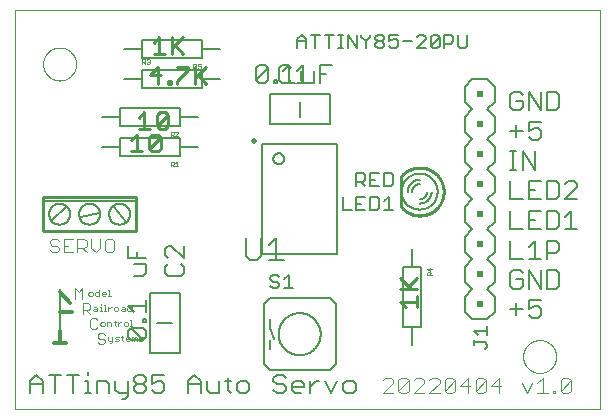
<source format=gto>
G75*
%MOIN*%
%OFA0B0*%
%FSLAX25Y25*%
%IPPOS*%
%LPD*%
%AMOC8*
5,1,8,0,0,1.08239X$1,22.5*
%
%ADD10C,0.00000*%
%ADD11C,0.00500*%
%ADD12C,0.00400*%
%ADD13C,0.00800*%
%ADD14C,0.01000*%
%ADD15C,0.00600*%
%ADD16R,0.02000X0.02000*%
%ADD17C,0.00100*%
%ADD18C,0.02000*%
%ADD19C,0.01200*%
%ADD20C,0.00300*%
%ADD21C,0.00200*%
D10*
X0001300Y0001300D02*
X0001300Y0134300D01*
X0196300Y0134300D01*
X0196300Y0001300D01*
X0001300Y0001300D01*
X0010800Y0116300D02*
X0010802Y0116448D01*
X0010808Y0116596D01*
X0010818Y0116744D01*
X0010832Y0116892D01*
X0010850Y0117039D01*
X0010872Y0117186D01*
X0010898Y0117332D01*
X0010927Y0117477D01*
X0010961Y0117622D01*
X0010999Y0117765D01*
X0011040Y0117908D01*
X0011085Y0118049D01*
X0011135Y0118189D01*
X0011187Y0118327D01*
X0011244Y0118465D01*
X0011304Y0118600D01*
X0011368Y0118734D01*
X0011435Y0118866D01*
X0011506Y0118996D01*
X0011581Y0119125D01*
X0011659Y0119251D01*
X0011740Y0119375D01*
X0011824Y0119497D01*
X0011912Y0119616D01*
X0012003Y0119733D01*
X0012097Y0119848D01*
X0012195Y0119960D01*
X0012295Y0120069D01*
X0012398Y0120176D01*
X0012504Y0120280D01*
X0012612Y0120381D01*
X0012724Y0120479D01*
X0012838Y0120574D01*
X0012954Y0120665D01*
X0013073Y0120754D01*
X0013194Y0120839D01*
X0013318Y0120921D01*
X0013444Y0121000D01*
X0013571Y0121075D01*
X0013701Y0121147D01*
X0013833Y0121216D01*
X0013966Y0121280D01*
X0014101Y0121341D01*
X0014238Y0121399D01*
X0014376Y0121453D01*
X0014516Y0121503D01*
X0014657Y0121549D01*
X0014799Y0121591D01*
X0014942Y0121630D01*
X0015086Y0121664D01*
X0015232Y0121695D01*
X0015377Y0121722D01*
X0015524Y0121745D01*
X0015671Y0121764D01*
X0015819Y0121779D01*
X0015966Y0121790D01*
X0016115Y0121797D01*
X0016263Y0121800D01*
X0016411Y0121799D01*
X0016559Y0121794D01*
X0016707Y0121785D01*
X0016855Y0121772D01*
X0017003Y0121755D01*
X0017149Y0121734D01*
X0017296Y0121709D01*
X0017441Y0121680D01*
X0017586Y0121648D01*
X0017729Y0121611D01*
X0017872Y0121571D01*
X0018014Y0121526D01*
X0018154Y0121478D01*
X0018293Y0121426D01*
X0018430Y0121371D01*
X0018566Y0121311D01*
X0018701Y0121248D01*
X0018833Y0121182D01*
X0018964Y0121112D01*
X0019093Y0121038D01*
X0019219Y0120961D01*
X0019344Y0120881D01*
X0019466Y0120797D01*
X0019587Y0120710D01*
X0019704Y0120620D01*
X0019820Y0120526D01*
X0019932Y0120430D01*
X0020042Y0120331D01*
X0020150Y0120228D01*
X0020254Y0120123D01*
X0020356Y0120015D01*
X0020454Y0119904D01*
X0020550Y0119791D01*
X0020643Y0119675D01*
X0020732Y0119557D01*
X0020818Y0119436D01*
X0020901Y0119313D01*
X0020981Y0119188D01*
X0021057Y0119061D01*
X0021130Y0118931D01*
X0021199Y0118800D01*
X0021264Y0118667D01*
X0021327Y0118533D01*
X0021385Y0118396D01*
X0021440Y0118258D01*
X0021490Y0118119D01*
X0021538Y0117978D01*
X0021581Y0117837D01*
X0021621Y0117694D01*
X0021656Y0117550D01*
X0021688Y0117405D01*
X0021716Y0117259D01*
X0021740Y0117113D01*
X0021760Y0116966D01*
X0021776Y0116818D01*
X0021788Y0116671D01*
X0021796Y0116522D01*
X0021800Y0116374D01*
X0021800Y0116226D01*
X0021796Y0116078D01*
X0021788Y0115929D01*
X0021776Y0115782D01*
X0021760Y0115634D01*
X0021740Y0115487D01*
X0021716Y0115341D01*
X0021688Y0115195D01*
X0021656Y0115050D01*
X0021621Y0114906D01*
X0021581Y0114763D01*
X0021538Y0114622D01*
X0021490Y0114481D01*
X0021440Y0114342D01*
X0021385Y0114204D01*
X0021327Y0114067D01*
X0021264Y0113933D01*
X0021199Y0113800D01*
X0021130Y0113669D01*
X0021057Y0113539D01*
X0020981Y0113412D01*
X0020901Y0113287D01*
X0020818Y0113164D01*
X0020732Y0113043D01*
X0020643Y0112925D01*
X0020550Y0112809D01*
X0020454Y0112696D01*
X0020356Y0112585D01*
X0020254Y0112477D01*
X0020150Y0112372D01*
X0020042Y0112269D01*
X0019932Y0112170D01*
X0019820Y0112074D01*
X0019704Y0111980D01*
X0019587Y0111890D01*
X0019466Y0111803D01*
X0019344Y0111719D01*
X0019219Y0111639D01*
X0019093Y0111562D01*
X0018964Y0111488D01*
X0018833Y0111418D01*
X0018701Y0111352D01*
X0018566Y0111289D01*
X0018430Y0111229D01*
X0018293Y0111174D01*
X0018154Y0111122D01*
X0018014Y0111074D01*
X0017872Y0111029D01*
X0017729Y0110989D01*
X0017586Y0110952D01*
X0017441Y0110920D01*
X0017296Y0110891D01*
X0017149Y0110866D01*
X0017003Y0110845D01*
X0016855Y0110828D01*
X0016707Y0110815D01*
X0016559Y0110806D01*
X0016411Y0110801D01*
X0016263Y0110800D01*
X0016115Y0110803D01*
X0015966Y0110810D01*
X0015819Y0110821D01*
X0015671Y0110836D01*
X0015524Y0110855D01*
X0015377Y0110878D01*
X0015232Y0110905D01*
X0015086Y0110936D01*
X0014942Y0110970D01*
X0014799Y0111009D01*
X0014657Y0111051D01*
X0014516Y0111097D01*
X0014376Y0111147D01*
X0014238Y0111201D01*
X0014101Y0111259D01*
X0013966Y0111320D01*
X0013833Y0111384D01*
X0013701Y0111453D01*
X0013571Y0111525D01*
X0013444Y0111600D01*
X0013318Y0111679D01*
X0013194Y0111761D01*
X0013073Y0111846D01*
X0012954Y0111935D01*
X0012838Y0112026D01*
X0012724Y0112121D01*
X0012612Y0112219D01*
X0012504Y0112320D01*
X0012398Y0112424D01*
X0012295Y0112531D01*
X0012195Y0112640D01*
X0012097Y0112752D01*
X0012003Y0112867D01*
X0011912Y0112984D01*
X0011824Y0113103D01*
X0011740Y0113225D01*
X0011659Y0113349D01*
X0011581Y0113475D01*
X0011506Y0113604D01*
X0011435Y0113734D01*
X0011368Y0113866D01*
X0011304Y0114000D01*
X0011244Y0114135D01*
X0011187Y0114273D01*
X0011135Y0114411D01*
X0011085Y0114551D01*
X0011040Y0114692D01*
X0010999Y0114835D01*
X0010961Y0114978D01*
X0010927Y0115123D01*
X0010898Y0115268D01*
X0010872Y0115414D01*
X0010850Y0115561D01*
X0010832Y0115708D01*
X0010818Y0115856D01*
X0010808Y0116004D01*
X0010802Y0116152D01*
X0010800Y0116300D01*
X0170800Y0018800D02*
X0170802Y0018948D01*
X0170808Y0019096D01*
X0170818Y0019244D01*
X0170832Y0019392D01*
X0170850Y0019539D01*
X0170872Y0019686D01*
X0170898Y0019832D01*
X0170927Y0019977D01*
X0170961Y0020122D01*
X0170999Y0020265D01*
X0171040Y0020408D01*
X0171085Y0020549D01*
X0171135Y0020689D01*
X0171187Y0020827D01*
X0171244Y0020965D01*
X0171304Y0021100D01*
X0171368Y0021234D01*
X0171435Y0021366D01*
X0171506Y0021496D01*
X0171581Y0021625D01*
X0171659Y0021751D01*
X0171740Y0021875D01*
X0171824Y0021997D01*
X0171912Y0022116D01*
X0172003Y0022233D01*
X0172097Y0022348D01*
X0172195Y0022460D01*
X0172295Y0022569D01*
X0172398Y0022676D01*
X0172504Y0022780D01*
X0172612Y0022881D01*
X0172724Y0022979D01*
X0172838Y0023074D01*
X0172954Y0023165D01*
X0173073Y0023254D01*
X0173194Y0023339D01*
X0173318Y0023421D01*
X0173444Y0023500D01*
X0173571Y0023575D01*
X0173701Y0023647D01*
X0173833Y0023716D01*
X0173966Y0023780D01*
X0174101Y0023841D01*
X0174238Y0023899D01*
X0174376Y0023953D01*
X0174516Y0024003D01*
X0174657Y0024049D01*
X0174799Y0024091D01*
X0174942Y0024130D01*
X0175086Y0024164D01*
X0175232Y0024195D01*
X0175377Y0024222D01*
X0175524Y0024245D01*
X0175671Y0024264D01*
X0175819Y0024279D01*
X0175966Y0024290D01*
X0176115Y0024297D01*
X0176263Y0024300D01*
X0176411Y0024299D01*
X0176559Y0024294D01*
X0176707Y0024285D01*
X0176855Y0024272D01*
X0177003Y0024255D01*
X0177149Y0024234D01*
X0177296Y0024209D01*
X0177441Y0024180D01*
X0177586Y0024148D01*
X0177729Y0024111D01*
X0177872Y0024071D01*
X0178014Y0024026D01*
X0178154Y0023978D01*
X0178293Y0023926D01*
X0178430Y0023871D01*
X0178566Y0023811D01*
X0178701Y0023748D01*
X0178833Y0023682D01*
X0178964Y0023612D01*
X0179093Y0023538D01*
X0179219Y0023461D01*
X0179344Y0023381D01*
X0179466Y0023297D01*
X0179587Y0023210D01*
X0179704Y0023120D01*
X0179820Y0023026D01*
X0179932Y0022930D01*
X0180042Y0022831D01*
X0180150Y0022728D01*
X0180254Y0022623D01*
X0180356Y0022515D01*
X0180454Y0022404D01*
X0180550Y0022291D01*
X0180643Y0022175D01*
X0180732Y0022057D01*
X0180818Y0021936D01*
X0180901Y0021813D01*
X0180981Y0021688D01*
X0181057Y0021561D01*
X0181130Y0021431D01*
X0181199Y0021300D01*
X0181264Y0021167D01*
X0181327Y0021033D01*
X0181385Y0020896D01*
X0181440Y0020758D01*
X0181490Y0020619D01*
X0181538Y0020478D01*
X0181581Y0020337D01*
X0181621Y0020194D01*
X0181656Y0020050D01*
X0181688Y0019905D01*
X0181716Y0019759D01*
X0181740Y0019613D01*
X0181760Y0019466D01*
X0181776Y0019318D01*
X0181788Y0019171D01*
X0181796Y0019022D01*
X0181800Y0018874D01*
X0181800Y0018726D01*
X0181796Y0018578D01*
X0181788Y0018429D01*
X0181776Y0018282D01*
X0181760Y0018134D01*
X0181740Y0017987D01*
X0181716Y0017841D01*
X0181688Y0017695D01*
X0181656Y0017550D01*
X0181621Y0017406D01*
X0181581Y0017263D01*
X0181538Y0017122D01*
X0181490Y0016981D01*
X0181440Y0016842D01*
X0181385Y0016704D01*
X0181327Y0016567D01*
X0181264Y0016433D01*
X0181199Y0016300D01*
X0181130Y0016169D01*
X0181057Y0016039D01*
X0180981Y0015912D01*
X0180901Y0015787D01*
X0180818Y0015664D01*
X0180732Y0015543D01*
X0180643Y0015425D01*
X0180550Y0015309D01*
X0180454Y0015196D01*
X0180356Y0015085D01*
X0180254Y0014977D01*
X0180150Y0014872D01*
X0180042Y0014769D01*
X0179932Y0014670D01*
X0179820Y0014574D01*
X0179704Y0014480D01*
X0179587Y0014390D01*
X0179466Y0014303D01*
X0179344Y0014219D01*
X0179219Y0014139D01*
X0179093Y0014062D01*
X0178964Y0013988D01*
X0178833Y0013918D01*
X0178701Y0013852D01*
X0178566Y0013789D01*
X0178430Y0013729D01*
X0178293Y0013674D01*
X0178154Y0013622D01*
X0178014Y0013574D01*
X0177872Y0013529D01*
X0177729Y0013489D01*
X0177586Y0013452D01*
X0177441Y0013420D01*
X0177296Y0013391D01*
X0177149Y0013366D01*
X0177003Y0013345D01*
X0176855Y0013328D01*
X0176707Y0013315D01*
X0176559Y0013306D01*
X0176411Y0013301D01*
X0176263Y0013300D01*
X0176115Y0013303D01*
X0175966Y0013310D01*
X0175819Y0013321D01*
X0175671Y0013336D01*
X0175524Y0013355D01*
X0175377Y0013378D01*
X0175232Y0013405D01*
X0175086Y0013436D01*
X0174942Y0013470D01*
X0174799Y0013509D01*
X0174657Y0013551D01*
X0174516Y0013597D01*
X0174376Y0013647D01*
X0174238Y0013701D01*
X0174101Y0013759D01*
X0173966Y0013820D01*
X0173833Y0013884D01*
X0173701Y0013953D01*
X0173571Y0014025D01*
X0173444Y0014100D01*
X0173318Y0014179D01*
X0173194Y0014261D01*
X0173073Y0014346D01*
X0172954Y0014435D01*
X0172838Y0014526D01*
X0172724Y0014621D01*
X0172612Y0014719D01*
X0172504Y0014820D01*
X0172398Y0014924D01*
X0172295Y0015031D01*
X0172195Y0015140D01*
X0172097Y0015252D01*
X0172003Y0015367D01*
X0171912Y0015484D01*
X0171824Y0015603D01*
X0171740Y0015725D01*
X0171659Y0015849D01*
X0171581Y0015975D01*
X0171506Y0016104D01*
X0171435Y0016234D01*
X0171368Y0016366D01*
X0171304Y0016500D01*
X0171244Y0016635D01*
X0171187Y0016773D01*
X0171135Y0016911D01*
X0171085Y0017051D01*
X0171040Y0017192D01*
X0170999Y0017335D01*
X0170961Y0017478D01*
X0170927Y0017623D01*
X0170898Y0017768D01*
X0170872Y0017914D01*
X0170850Y0018061D01*
X0170832Y0018208D01*
X0170818Y0018356D01*
X0170808Y0018504D01*
X0170802Y0018652D01*
X0170800Y0018800D01*
D11*
X0158850Y0022001D02*
X0158099Y0021250D01*
X0158850Y0022001D02*
X0158850Y0022751D01*
X0158099Y0023502D01*
X0154346Y0023502D01*
X0154346Y0022751D02*
X0154346Y0024253D01*
X0155847Y0025854D02*
X0154346Y0027355D01*
X0158850Y0027355D01*
X0158850Y0025854D02*
X0158850Y0028856D01*
X0166550Y0034603D02*
X0170620Y0034603D01*
X0172627Y0034603D02*
X0174662Y0035620D01*
X0175680Y0035620D01*
X0176697Y0034603D01*
X0176697Y0032568D01*
X0175680Y0031550D01*
X0173645Y0031550D01*
X0172627Y0032568D01*
X0172627Y0034603D02*
X0172627Y0037655D01*
X0176697Y0037655D01*
X0176697Y0041450D02*
X0176697Y0047555D01*
X0178704Y0047555D02*
X0181757Y0047555D01*
X0182775Y0046538D01*
X0182775Y0042468D01*
X0181757Y0041450D01*
X0178704Y0041450D01*
X0178704Y0047555D01*
X0178704Y0051350D02*
X0178704Y0057455D01*
X0181757Y0057455D01*
X0182775Y0056438D01*
X0182775Y0054403D01*
X0181757Y0053385D01*
X0178704Y0053385D01*
X0176697Y0051350D02*
X0172627Y0051350D01*
X0170620Y0051350D02*
X0166550Y0051350D01*
X0166550Y0057455D01*
X0166550Y0061250D02*
X0170620Y0061250D01*
X0172627Y0061250D02*
X0176697Y0061250D01*
X0178704Y0061250D02*
X0181757Y0061250D01*
X0182775Y0062268D01*
X0182775Y0066338D01*
X0181757Y0067355D01*
X0178704Y0067355D01*
X0178704Y0061250D01*
X0174662Y0064303D02*
X0172627Y0064303D01*
X0172627Y0067355D02*
X0172627Y0061250D01*
X0174662Y0057455D02*
X0174662Y0051350D01*
X0172627Y0047555D02*
X0176697Y0041450D01*
X0172627Y0041450D02*
X0172627Y0047555D01*
X0170620Y0046538D02*
X0169603Y0047555D01*
X0167568Y0047555D01*
X0166550Y0046538D01*
X0166550Y0042468D01*
X0167568Y0041450D01*
X0169603Y0041450D01*
X0170620Y0042468D01*
X0170620Y0044503D01*
X0168585Y0044503D01*
X0168585Y0036638D02*
X0168585Y0032568D01*
X0172627Y0055420D02*
X0174662Y0057455D01*
X0166550Y0061250D02*
X0166550Y0067355D01*
X0166550Y0071150D02*
X0170620Y0071150D01*
X0172627Y0071150D02*
X0176697Y0071150D01*
X0178704Y0071150D02*
X0181757Y0071150D01*
X0182775Y0072168D01*
X0182775Y0076238D01*
X0181757Y0077255D01*
X0178704Y0077255D01*
X0178704Y0071150D01*
X0174662Y0074203D02*
X0172627Y0074203D01*
X0172627Y0077255D02*
X0172627Y0071150D01*
X0172627Y0067355D02*
X0176697Y0067355D01*
X0184782Y0065320D02*
X0186817Y0067355D01*
X0186817Y0061250D01*
X0184782Y0061250D02*
X0188852Y0061250D01*
X0188852Y0071150D02*
X0184782Y0071150D01*
X0188852Y0075220D01*
X0188852Y0076238D01*
X0187834Y0077255D01*
X0185799Y0077255D01*
X0184782Y0076238D01*
X0176697Y0077255D02*
X0172627Y0077255D01*
X0170601Y0081050D02*
X0170601Y0087155D01*
X0174672Y0081050D01*
X0174672Y0087155D01*
X0175680Y0090950D02*
X0173645Y0090950D01*
X0172627Y0091968D01*
X0175680Y0090950D02*
X0176697Y0091968D01*
X0176697Y0094003D01*
X0175680Y0095020D01*
X0174662Y0095020D01*
X0172627Y0094003D01*
X0172627Y0097055D01*
X0176697Y0097055D01*
X0176697Y0100850D02*
X0176697Y0106955D01*
X0178704Y0106955D02*
X0181757Y0106955D01*
X0182775Y0105938D01*
X0182775Y0101868D01*
X0181757Y0100850D01*
X0178704Y0100850D01*
X0178704Y0106955D01*
X0172627Y0106955D02*
X0176697Y0100850D01*
X0172627Y0100850D02*
X0172627Y0106955D01*
X0170620Y0105938D02*
X0169603Y0106955D01*
X0167568Y0106955D01*
X0166550Y0105938D01*
X0166550Y0101868D01*
X0167568Y0100850D01*
X0169603Y0100850D01*
X0170620Y0101868D01*
X0170620Y0103903D01*
X0168585Y0103903D01*
X0168585Y0096038D02*
X0168585Y0091968D01*
X0166550Y0094003D02*
X0170620Y0094003D01*
X0168585Y0087155D02*
X0166550Y0087155D01*
X0167568Y0087155D02*
X0167568Y0081050D01*
X0168585Y0081050D02*
X0166550Y0081050D01*
X0166550Y0077255D02*
X0166550Y0071150D01*
X0127449Y0067550D02*
X0124446Y0067550D01*
X0125947Y0067550D02*
X0125947Y0072054D01*
X0124446Y0070553D01*
X0122845Y0071303D02*
X0122094Y0072054D01*
X0119842Y0072054D01*
X0119842Y0067550D01*
X0122094Y0067550D01*
X0122845Y0068301D01*
X0122845Y0071303D01*
X0122845Y0075550D02*
X0119842Y0075550D01*
X0119842Y0080054D01*
X0122845Y0080054D01*
X0124446Y0080054D02*
X0126698Y0080054D01*
X0127449Y0079303D01*
X0127449Y0076301D01*
X0126698Y0075550D01*
X0124446Y0075550D01*
X0124446Y0080054D01*
X0121343Y0077802D02*
X0119842Y0077802D01*
X0118241Y0077802D02*
X0117490Y0077051D01*
X0115238Y0077051D01*
X0115238Y0075550D02*
X0115238Y0080054D01*
X0117490Y0080054D01*
X0118241Y0079303D01*
X0118241Y0077802D01*
X0116739Y0077051D02*
X0118241Y0075550D01*
X0118241Y0072054D02*
X0115238Y0072054D01*
X0115238Y0067550D01*
X0118241Y0067550D01*
X0116739Y0069802D02*
X0115238Y0069802D01*
X0113637Y0067550D02*
X0110634Y0067550D01*
X0110634Y0072054D01*
X0087497Y0084800D02*
X0087499Y0084885D01*
X0087505Y0084969D01*
X0087515Y0085053D01*
X0087529Y0085136D01*
X0087546Y0085219D01*
X0087568Y0085301D01*
X0087593Y0085381D01*
X0087622Y0085461D01*
X0087655Y0085538D01*
X0087692Y0085615D01*
X0087732Y0085689D01*
X0087775Y0085762D01*
X0087822Y0085832D01*
X0087872Y0085900D01*
X0087925Y0085966D01*
X0087981Y0086029D01*
X0088040Y0086090D01*
X0088102Y0086147D01*
X0088166Y0086202D01*
X0088233Y0086254D01*
X0088303Y0086302D01*
X0088374Y0086347D01*
X0088448Y0086389D01*
X0088523Y0086427D01*
X0088600Y0086462D01*
X0088679Y0086493D01*
X0088759Y0086520D01*
X0088840Y0086543D01*
X0088922Y0086563D01*
X0089005Y0086579D01*
X0089089Y0086591D01*
X0089173Y0086599D01*
X0089258Y0086603D01*
X0089342Y0086603D01*
X0089427Y0086599D01*
X0089511Y0086591D01*
X0089595Y0086579D01*
X0089678Y0086563D01*
X0089760Y0086543D01*
X0089841Y0086520D01*
X0089921Y0086493D01*
X0090000Y0086462D01*
X0090077Y0086427D01*
X0090152Y0086389D01*
X0090226Y0086347D01*
X0090297Y0086302D01*
X0090367Y0086254D01*
X0090434Y0086202D01*
X0090498Y0086147D01*
X0090560Y0086090D01*
X0090619Y0086029D01*
X0090675Y0085966D01*
X0090728Y0085900D01*
X0090778Y0085832D01*
X0090825Y0085762D01*
X0090868Y0085689D01*
X0090908Y0085615D01*
X0090945Y0085538D01*
X0090978Y0085461D01*
X0091007Y0085381D01*
X0091032Y0085301D01*
X0091054Y0085219D01*
X0091071Y0085136D01*
X0091085Y0085053D01*
X0091095Y0084969D01*
X0091101Y0084885D01*
X0091103Y0084800D01*
X0091101Y0084715D01*
X0091095Y0084631D01*
X0091085Y0084547D01*
X0091071Y0084464D01*
X0091054Y0084381D01*
X0091032Y0084299D01*
X0091007Y0084219D01*
X0090978Y0084139D01*
X0090945Y0084062D01*
X0090908Y0083985D01*
X0090868Y0083911D01*
X0090825Y0083838D01*
X0090778Y0083768D01*
X0090728Y0083700D01*
X0090675Y0083634D01*
X0090619Y0083571D01*
X0090560Y0083510D01*
X0090498Y0083453D01*
X0090434Y0083398D01*
X0090367Y0083346D01*
X0090297Y0083298D01*
X0090226Y0083253D01*
X0090152Y0083211D01*
X0090077Y0083173D01*
X0090000Y0083138D01*
X0089921Y0083107D01*
X0089841Y0083080D01*
X0089760Y0083057D01*
X0089678Y0083037D01*
X0089595Y0083021D01*
X0089511Y0083009D01*
X0089427Y0083001D01*
X0089342Y0082997D01*
X0089258Y0082997D01*
X0089173Y0083001D01*
X0089089Y0083009D01*
X0089005Y0083021D01*
X0088922Y0083037D01*
X0088840Y0083057D01*
X0088759Y0083080D01*
X0088679Y0083107D01*
X0088600Y0083138D01*
X0088523Y0083173D01*
X0088448Y0083211D01*
X0088374Y0083253D01*
X0088303Y0083298D01*
X0088233Y0083346D01*
X0088166Y0083398D01*
X0088102Y0083453D01*
X0088040Y0083510D01*
X0087981Y0083571D01*
X0087925Y0083634D01*
X0087872Y0083700D01*
X0087822Y0083768D01*
X0087775Y0083838D01*
X0087732Y0083911D01*
X0087692Y0083985D01*
X0087655Y0084062D01*
X0087622Y0084139D01*
X0087593Y0084219D01*
X0087568Y0084299D01*
X0087546Y0084381D01*
X0087529Y0084464D01*
X0087515Y0084547D01*
X0087505Y0084631D01*
X0087499Y0084715D01*
X0087497Y0084800D01*
X0087780Y0109950D02*
X0088797Y0109950D01*
X0088797Y0110968D01*
X0087780Y0110968D01*
X0087780Y0109950D01*
X0089396Y0110968D02*
X0090413Y0109950D01*
X0092448Y0109950D01*
X0093466Y0110968D01*
X0092853Y0109950D02*
X0092853Y0116055D01*
X0090818Y0114020D01*
X0089396Y0115038D02*
X0089396Y0110968D01*
X0090818Y0109950D02*
X0094889Y0109950D01*
X0095473Y0109950D02*
X0099543Y0109950D01*
X0100966Y0109950D02*
X0097913Y0109950D01*
X0096896Y0110968D01*
X0096896Y0114020D01*
X0095473Y0114020D02*
X0097508Y0116055D01*
X0097508Y0109950D01*
X0100966Y0109950D02*
X0100966Y0114020D01*
X0102973Y0113003D02*
X0105008Y0113003D01*
X0102973Y0116055D02*
X0107043Y0116055D01*
X0102973Y0116055D02*
X0102973Y0109950D01*
X0093466Y0115038D02*
X0092448Y0116055D01*
X0090413Y0116055D01*
X0089396Y0115038D01*
X0085773Y0115038D02*
X0081703Y0110968D01*
X0082720Y0109950D01*
X0084755Y0109950D01*
X0085773Y0110968D01*
X0085773Y0115038D01*
X0084755Y0116055D01*
X0082720Y0116055D01*
X0081703Y0115038D01*
X0081703Y0110968D01*
X0095426Y0121586D02*
X0095426Y0124588D01*
X0096927Y0126090D01*
X0098428Y0124588D01*
X0098428Y0121586D01*
X0098428Y0123838D02*
X0095426Y0123838D01*
X0100030Y0126090D02*
X0103032Y0126090D01*
X0101531Y0126090D02*
X0101531Y0121586D01*
X0106135Y0121586D02*
X0106135Y0126090D01*
X0104634Y0126090D02*
X0107636Y0126090D01*
X0109237Y0126090D02*
X0110739Y0126090D01*
X0109988Y0126090D02*
X0109988Y0121586D01*
X0109237Y0121586D02*
X0110739Y0121586D01*
X0112307Y0121586D02*
X0112307Y0126090D01*
X0115309Y0121586D01*
X0115309Y0126090D01*
X0116911Y0126090D02*
X0116911Y0125339D01*
X0118412Y0123838D01*
X0118412Y0121586D01*
X0118412Y0123838D02*
X0119913Y0125339D01*
X0119913Y0126090D01*
X0121515Y0125339D02*
X0121515Y0124588D01*
X0122265Y0123838D01*
X0123766Y0123838D01*
X0124517Y0123087D01*
X0124517Y0122336D01*
X0123766Y0121586D01*
X0122265Y0121586D01*
X0121515Y0122336D01*
X0121515Y0123087D01*
X0122265Y0123838D01*
X0123766Y0123838D02*
X0124517Y0124588D01*
X0124517Y0125339D01*
X0123766Y0126090D01*
X0122265Y0126090D01*
X0121515Y0125339D01*
X0126118Y0126090D02*
X0126118Y0123838D01*
X0127620Y0124588D01*
X0128370Y0124588D01*
X0129121Y0123838D01*
X0129121Y0122336D01*
X0128370Y0121586D01*
X0126869Y0121586D01*
X0126118Y0122336D01*
X0126118Y0126090D02*
X0129121Y0126090D01*
X0130722Y0123838D02*
X0133725Y0123838D01*
X0135326Y0125339D02*
X0136077Y0126090D01*
X0137578Y0126090D01*
X0138329Y0125339D01*
X0138329Y0124588D01*
X0135326Y0121586D01*
X0138329Y0121586D01*
X0139930Y0122336D02*
X0142933Y0125339D01*
X0142933Y0122336D01*
X0142182Y0121586D01*
X0140681Y0121586D01*
X0139930Y0122336D01*
X0139930Y0125339D01*
X0140681Y0126090D01*
X0142182Y0126090D01*
X0142933Y0125339D01*
X0144534Y0126090D02*
X0146786Y0126090D01*
X0147537Y0125339D01*
X0147537Y0123838D01*
X0146786Y0123087D01*
X0144534Y0123087D01*
X0144534Y0121586D02*
X0144534Y0126090D01*
X0149138Y0126090D02*
X0149138Y0122336D01*
X0149889Y0121586D01*
X0151390Y0121586D01*
X0152141Y0122336D01*
X0152141Y0126090D01*
X0057650Y0055793D02*
X0057650Y0051723D01*
X0053580Y0055793D01*
X0052562Y0055793D01*
X0051545Y0054775D01*
X0051545Y0052740D01*
X0052562Y0051723D01*
X0052562Y0049716D02*
X0051545Y0048698D01*
X0051545Y0046663D01*
X0052562Y0045646D01*
X0056632Y0045646D01*
X0057650Y0046663D01*
X0057650Y0048698D01*
X0056632Y0049716D01*
X0045150Y0049716D02*
X0045150Y0046663D01*
X0044132Y0045646D01*
X0041080Y0045646D01*
X0041080Y0049716D02*
X0045150Y0049716D01*
X0045150Y0051723D02*
X0039045Y0051723D01*
X0039045Y0055793D01*
X0042097Y0053758D02*
X0042097Y0051723D01*
X0045150Y0037561D02*
X0045150Y0033491D01*
X0045150Y0031470D02*
X0045150Y0030453D01*
X0044132Y0030453D01*
X0044132Y0031470D01*
X0045150Y0031470D01*
X0044132Y0028446D02*
X0040062Y0028446D01*
X0044132Y0024375D01*
X0045150Y0025393D01*
X0045150Y0027428D01*
X0044132Y0028446D01*
X0040062Y0028446D02*
X0039045Y0027428D01*
X0039045Y0025393D01*
X0040062Y0024375D01*
X0044132Y0024375D01*
X0041080Y0033491D02*
X0039045Y0035526D01*
X0045150Y0035526D01*
X0016300Y0033800D02*
X0016300Y0027300D01*
X0016300Y0033800D02*
X0016300Y0040300D01*
X0016300Y0041300D01*
X0025799Y0013673D02*
X0025799Y0012655D01*
X0025799Y0010620D02*
X0024782Y0010620D01*
X0025799Y0010620D02*
X0025799Y0006550D01*
X0024782Y0006550D02*
X0026817Y0006550D01*
X0028833Y0006550D02*
X0028833Y0010620D01*
X0031886Y0010620D01*
X0032903Y0009603D01*
X0032903Y0006550D01*
X0034910Y0007568D02*
X0035928Y0006550D01*
X0038980Y0006550D01*
X0038980Y0005532D02*
X0037963Y0004515D01*
X0036945Y0004515D01*
X0038980Y0005532D02*
X0038980Y0010620D01*
X0040987Y0010620D02*
X0040987Y0011638D01*
X0042005Y0012655D01*
X0044040Y0012655D01*
X0045058Y0011638D01*
X0045058Y0010620D01*
X0044040Y0009603D01*
X0042005Y0009603D01*
X0040987Y0010620D01*
X0042005Y0009603D02*
X0040987Y0008585D01*
X0040987Y0007568D01*
X0042005Y0006550D01*
X0044040Y0006550D01*
X0045058Y0007568D01*
X0045058Y0008585D01*
X0044040Y0009603D01*
X0047065Y0009603D02*
X0049100Y0010620D01*
X0050117Y0010620D01*
X0051135Y0009603D01*
X0051135Y0007568D01*
X0050117Y0006550D01*
X0048082Y0006550D01*
X0047065Y0007568D01*
X0047065Y0009603D02*
X0047065Y0012655D01*
X0051135Y0012655D01*
X0059219Y0010620D02*
X0061254Y0012655D01*
X0063289Y0010620D01*
X0063289Y0006550D01*
X0065296Y0007568D02*
X0066314Y0006550D01*
X0069366Y0006550D01*
X0069366Y0010620D01*
X0071373Y0010620D02*
X0073408Y0010620D01*
X0072391Y0011638D02*
X0072391Y0007568D01*
X0073408Y0006550D01*
X0075425Y0007568D02*
X0076442Y0006550D01*
X0078477Y0006550D01*
X0079495Y0007568D01*
X0079495Y0009603D01*
X0078477Y0010620D01*
X0076442Y0010620D01*
X0075425Y0009603D01*
X0075425Y0007568D01*
X0065296Y0007568D02*
X0065296Y0010620D01*
X0063289Y0009603D02*
X0059219Y0009603D01*
X0059219Y0010620D02*
X0059219Y0006550D01*
X0034910Y0007568D02*
X0034910Y0010620D01*
X0022775Y0012655D02*
X0018704Y0012655D01*
X0016697Y0012655D02*
X0012627Y0012655D01*
X0014662Y0012655D02*
X0014662Y0006550D01*
X0010620Y0006550D02*
X0010620Y0010620D01*
X0008585Y0012655D01*
X0006550Y0010620D01*
X0006550Y0006550D01*
X0006550Y0009603D02*
X0010620Y0009603D01*
X0020739Y0006550D02*
X0020739Y0012655D01*
X0086550Y0042301D02*
X0087301Y0041550D01*
X0088802Y0041550D01*
X0089553Y0042301D01*
X0089553Y0043051D01*
X0088802Y0043802D01*
X0087301Y0043802D01*
X0086550Y0044553D01*
X0086550Y0045303D01*
X0087301Y0046054D01*
X0088802Y0046054D01*
X0089553Y0045303D01*
X0091154Y0044553D02*
X0092655Y0046054D01*
X0092655Y0041550D01*
X0091154Y0041550D02*
X0094156Y0041550D01*
X0090632Y0012655D02*
X0088597Y0012655D01*
X0087579Y0011638D01*
X0087579Y0010620D01*
X0088597Y0009603D01*
X0090632Y0009603D01*
X0091649Y0008585D01*
X0091649Y0007568D01*
X0090632Y0006550D01*
X0088597Y0006550D01*
X0087579Y0007568D01*
X0091649Y0011638D02*
X0090632Y0012655D01*
X0093656Y0009603D02*
X0094674Y0010620D01*
X0096709Y0010620D01*
X0097727Y0009603D01*
X0097727Y0008585D01*
X0093656Y0008585D01*
X0093656Y0007568D02*
X0093656Y0009603D01*
X0093656Y0007568D02*
X0094674Y0006550D01*
X0096709Y0006550D01*
X0099734Y0006550D02*
X0099734Y0010620D01*
X0099734Y0008585D02*
X0101769Y0010620D01*
X0102786Y0010620D01*
X0104798Y0010620D02*
X0106833Y0006550D01*
X0108868Y0010620D01*
X0110875Y0009603D02*
X0110875Y0007568D01*
X0111893Y0006550D01*
X0113928Y0006550D01*
X0114945Y0007568D01*
X0114945Y0009603D01*
X0113928Y0010620D01*
X0111893Y0010620D01*
X0110875Y0009603D01*
D12*
X0124000Y0010837D02*
X0124867Y0011704D01*
X0126602Y0011704D01*
X0127470Y0010837D01*
X0127470Y0009970D01*
X0124000Y0006500D01*
X0127470Y0006500D01*
X0129156Y0007367D02*
X0132626Y0010837D01*
X0132626Y0007367D01*
X0131759Y0006500D01*
X0130024Y0006500D01*
X0129156Y0007367D01*
X0129156Y0010837D01*
X0130024Y0011704D01*
X0131759Y0011704D01*
X0132626Y0010837D01*
X0134313Y0010837D02*
X0135180Y0011704D01*
X0136915Y0011704D01*
X0137782Y0010837D01*
X0137782Y0009970D01*
X0134313Y0006500D01*
X0137782Y0006500D01*
X0139469Y0006500D02*
X0142939Y0009970D01*
X0142939Y0010837D01*
X0142071Y0011704D01*
X0140337Y0011704D01*
X0139469Y0010837D01*
X0144626Y0010837D02*
X0144626Y0007367D01*
X0148095Y0010837D01*
X0148095Y0007367D01*
X0147228Y0006500D01*
X0145493Y0006500D01*
X0144626Y0007367D01*
X0142939Y0006500D02*
X0139469Y0006500D01*
X0144626Y0010837D02*
X0145493Y0011704D01*
X0147228Y0011704D01*
X0148095Y0010837D01*
X0149782Y0009102D02*
X0153252Y0009102D01*
X0154938Y0007367D02*
X0158408Y0010837D01*
X0158408Y0007367D01*
X0157541Y0006500D01*
X0155806Y0006500D01*
X0154938Y0007367D01*
X0154938Y0010837D01*
X0155806Y0011704D01*
X0157541Y0011704D01*
X0158408Y0010837D01*
X0160095Y0009102D02*
X0163564Y0009102D01*
X0162697Y0011704D02*
X0160095Y0009102D01*
X0162697Y0006500D02*
X0162697Y0011704D01*
X0170408Y0009970D02*
X0172142Y0006500D01*
X0173877Y0009970D01*
X0175564Y0009970D02*
X0177299Y0011704D01*
X0177299Y0006500D01*
X0175564Y0006500D02*
X0179034Y0006500D01*
X0180720Y0006500D02*
X0180720Y0007367D01*
X0181588Y0007367D01*
X0181588Y0006500D01*
X0180720Y0006500D01*
X0183299Y0007367D02*
X0186768Y0010837D01*
X0186768Y0007367D01*
X0185901Y0006500D01*
X0184166Y0006500D01*
X0183299Y0007367D01*
X0183299Y0010837D01*
X0184166Y0011704D01*
X0185901Y0011704D01*
X0186768Y0010837D01*
X0152384Y0011704D02*
X0152384Y0006500D01*
X0149782Y0009102D02*
X0152384Y0011704D01*
X0034485Y0054267D02*
X0033718Y0053500D01*
X0032183Y0053500D01*
X0031416Y0054267D01*
X0031416Y0057337D01*
X0032183Y0058104D01*
X0033718Y0058104D01*
X0034485Y0057337D01*
X0034485Y0054267D01*
X0029881Y0055035D02*
X0029881Y0058104D01*
X0026812Y0058104D02*
X0026812Y0055035D01*
X0028346Y0053500D01*
X0029881Y0055035D01*
X0025277Y0055802D02*
X0024510Y0055035D01*
X0022208Y0055035D01*
X0023742Y0055035D02*
X0025277Y0053500D01*
X0022208Y0053500D02*
X0022208Y0058104D01*
X0024510Y0058104D01*
X0025277Y0057337D01*
X0025277Y0055802D01*
X0020673Y0058104D02*
X0017604Y0058104D01*
X0017604Y0053500D01*
X0020673Y0053500D01*
X0019139Y0055802D02*
X0017604Y0055802D01*
X0016069Y0055035D02*
X0016069Y0054267D01*
X0015302Y0053500D01*
X0013767Y0053500D01*
X0013000Y0054267D01*
X0013767Y0055802D02*
X0015302Y0055802D01*
X0016069Y0055035D01*
X0016069Y0057337D02*
X0015302Y0058104D01*
X0013767Y0058104D01*
X0013000Y0057337D01*
X0013000Y0056569D01*
X0013767Y0055802D01*
D13*
X0046300Y0040050D02*
X0056300Y0040050D01*
X0056300Y0020050D01*
X0046300Y0020050D01*
X0046300Y0040050D01*
X0048800Y0030050D02*
X0053800Y0030050D01*
X0084300Y0030300D02*
X0084300Y0036300D01*
X0086300Y0038300D01*
X0087800Y0038300D01*
X0104800Y0038300D01*
X0106300Y0038300D01*
X0108300Y0036300D01*
X0108300Y0030300D01*
X0108300Y0030229D02*
X0108300Y0022300D01*
X0108300Y0016300D01*
X0106300Y0014300D01*
X0104800Y0014300D01*
X0087800Y0014300D01*
X0086300Y0014300D01*
X0084300Y0016300D01*
X0084300Y0022300D01*
X0084300Y0030347D01*
X0086300Y0031300D02*
X0086300Y0028300D01*
X0087800Y0024800D01*
X0086300Y0024300D02*
X0086300Y0021300D01*
X0089300Y0026300D02*
X0089302Y0026472D01*
X0089308Y0026643D01*
X0089319Y0026815D01*
X0089334Y0026986D01*
X0089353Y0027157D01*
X0089376Y0027327D01*
X0089403Y0027497D01*
X0089435Y0027666D01*
X0089470Y0027834D01*
X0089510Y0028001D01*
X0089554Y0028167D01*
X0089601Y0028332D01*
X0089653Y0028496D01*
X0089709Y0028658D01*
X0089769Y0028819D01*
X0089833Y0028979D01*
X0089901Y0029137D01*
X0089972Y0029293D01*
X0090047Y0029447D01*
X0090127Y0029600D01*
X0090209Y0029750D01*
X0090296Y0029899D01*
X0090386Y0030045D01*
X0090480Y0030189D01*
X0090577Y0030331D01*
X0090678Y0030470D01*
X0090782Y0030607D01*
X0090889Y0030741D01*
X0091000Y0030872D01*
X0091113Y0031001D01*
X0091230Y0031127D01*
X0091350Y0031250D01*
X0091473Y0031370D01*
X0091599Y0031487D01*
X0091728Y0031600D01*
X0091859Y0031711D01*
X0091993Y0031818D01*
X0092130Y0031922D01*
X0092269Y0032023D01*
X0092411Y0032120D01*
X0092555Y0032214D01*
X0092701Y0032304D01*
X0092850Y0032391D01*
X0093000Y0032473D01*
X0093153Y0032553D01*
X0093307Y0032628D01*
X0093463Y0032699D01*
X0093621Y0032767D01*
X0093781Y0032831D01*
X0093942Y0032891D01*
X0094104Y0032947D01*
X0094268Y0032999D01*
X0094433Y0033046D01*
X0094599Y0033090D01*
X0094766Y0033130D01*
X0094934Y0033165D01*
X0095103Y0033197D01*
X0095273Y0033224D01*
X0095443Y0033247D01*
X0095614Y0033266D01*
X0095785Y0033281D01*
X0095957Y0033292D01*
X0096128Y0033298D01*
X0096300Y0033300D01*
X0096472Y0033298D01*
X0096643Y0033292D01*
X0096815Y0033281D01*
X0096986Y0033266D01*
X0097157Y0033247D01*
X0097327Y0033224D01*
X0097497Y0033197D01*
X0097666Y0033165D01*
X0097834Y0033130D01*
X0098001Y0033090D01*
X0098167Y0033046D01*
X0098332Y0032999D01*
X0098496Y0032947D01*
X0098658Y0032891D01*
X0098819Y0032831D01*
X0098979Y0032767D01*
X0099137Y0032699D01*
X0099293Y0032628D01*
X0099447Y0032553D01*
X0099600Y0032473D01*
X0099750Y0032391D01*
X0099899Y0032304D01*
X0100045Y0032214D01*
X0100189Y0032120D01*
X0100331Y0032023D01*
X0100470Y0031922D01*
X0100607Y0031818D01*
X0100741Y0031711D01*
X0100872Y0031600D01*
X0101001Y0031487D01*
X0101127Y0031370D01*
X0101250Y0031250D01*
X0101370Y0031127D01*
X0101487Y0031001D01*
X0101600Y0030872D01*
X0101711Y0030741D01*
X0101818Y0030607D01*
X0101922Y0030470D01*
X0102023Y0030331D01*
X0102120Y0030189D01*
X0102214Y0030045D01*
X0102304Y0029899D01*
X0102391Y0029750D01*
X0102473Y0029600D01*
X0102553Y0029447D01*
X0102628Y0029293D01*
X0102699Y0029137D01*
X0102767Y0028979D01*
X0102831Y0028819D01*
X0102891Y0028658D01*
X0102947Y0028496D01*
X0102999Y0028332D01*
X0103046Y0028167D01*
X0103090Y0028001D01*
X0103130Y0027834D01*
X0103165Y0027666D01*
X0103197Y0027497D01*
X0103224Y0027327D01*
X0103247Y0027157D01*
X0103266Y0026986D01*
X0103281Y0026815D01*
X0103292Y0026643D01*
X0103298Y0026472D01*
X0103300Y0026300D01*
X0103298Y0026128D01*
X0103292Y0025957D01*
X0103281Y0025785D01*
X0103266Y0025614D01*
X0103247Y0025443D01*
X0103224Y0025273D01*
X0103197Y0025103D01*
X0103165Y0024934D01*
X0103130Y0024766D01*
X0103090Y0024599D01*
X0103046Y0024433D01*
X0102999Y0024268D01*
X0102947Y0024104D01*
X0102891Y0023942D01*
X0102831Y0023781D01*
X0102767Y0023621D01*
X0102699Y0023463D01*
X0102628Y0023307D01*
X0102553Y0023153D01*
X0102473Y0023000D01*
X0102391Y0022850D01*
X0102304Y0022701D01*
X0102214Y0022555D01*
X0102120Y0022411D01*
X0102023Y0022269D01*
X0101922Y0022130D01*
X0101818Y0021993D01*
X0101711Y0021859D01*
X0101600Y0021728D01*
X0101487Y0021599D01*
X0101370Y0021473D01*
X0101250Y0021350D01*
X0101127Y0021230D01*
X0101001Y0021113D01*
X0100872Y0021000D01*
X0100741Y0020889D01*
X0100607Y0020782D01*
X0100470Y0020678D01*
X0100331Y0020577D01*
X0100189Y0020480D01*
X0100045Y0020386D01*
X0099899Y0020296D01*
X0099750Y0020209D01*
X0099600Y0020127D01*
X0099447Y0020047D01*
X0099293Y0019972D01*
X0099137Y0019901D01*
X0098979Y0019833D01*
X0098819Y0019769D01*
X0098658Y0019709D01*
X0098496Y0019653D01*
X0098332Y0019601D01*
X0098167Y0019554D01*
X0098001Y0019510D01*
X0097834Y0019470D01*
X0097666Y0019435D01*
X0097497Y0019403D01*
X0097327Y0019376D01*
X0097157Y0019353D01*
X0096986Y0019334D01*
X0096815Y0019319D01*
X0096643Y0019308D01*
X0096472Y0019302D01*
X0096300Y0019300D01*
X0096128Y0019302D01*
X0095957Y0019308D01*
X0095785Y0019319D01*
X0095614Y0019334D01*
X0095443Y0019353D01*
X0095273Y0019376D01*
X0095103Y0019403D01*
X0094934Y0019435D01*
X0094766Y0019470D01*
X0094599Y0019510D01*
X0094433Y0019554D01*
X0094268Y0019601D01*
X0094104Y0019653D01*
X0093942Y0019709D01*
X0093781Y0019769D01*
X0093621Y0019833D01*
X0093463Y0019901D01*
X0093307Y0019972D01*
X0093153Y0020047D01*
X0093000Y0020127D01*
X0092850Y0020209D01*
X0092701Y0020296D01*
X0092555Y0020386D01*
X0092411Y0020480D01*
X0092269Y0020577D01*
X0092130Y0020678D01*
X0091993Y0020782D01*
X0091859Y0020889D01*
X0091728Y0021000D01*
X0091599Y0021113D01*
X0091473Y0021230D01*
X0091350Y0021350D01*
X0091230Y0021473D01*
X0091113Y0021599D01*
X0091000Y0021728D01*
X0090889Y0021859D01*
X0090782Y0021993D01*
X0090678Y0022130D01*
X0090577Y0022269D01*
X0090480Y0022411D01*
X0090386Y0022555D01*
X0090296Y0022701D01*
X0090209Y0022850D01*
X0090127Y0023000D01*
X0090047Y0023153D01*
X0089972Y0023307D01*
X0089901Y0023463D01*
X0089833Y0023621D01*
X0089769Y0023781D01*
X0089709Y0023942D01*
X0089653Y0024104D01*
X0089601Y0024268D01*
X0089554Y0024433D01*
X0089510Y0024599D01*
X0089470Y0024766D01*
X0089435Y0024934D01*
X0089403Y0025103D01*
X0089376Y0025273D01*
X0089353Y0025443D01*
X0089334Y0025614D01*
X0089319Y0025785D01*
X0089308Y0025957D01*
X0089302Y0026128D01*
X0089300Y0026300D01*
X0088502Y0050955D02*
X0088502Y0058379D01*
X0086027Y0055905D01*
X0083410Y0058379D02*
X0083410Y0052192D01*
X0082173Y0050955D01*
X0079698Y0050955D01*
X0078461Y0052192D01*
X0078461Y0058379D01*
X0086027Y0050955D02*
X0090977Y0050955D01*
X0130800Y0048800D02*
X0130800Y0028800D01*
X0133800Y0028800D01*
X0133800Y0022800D01*
X0133800Y0028800D02*
X0136800Y0028800D01*
X0136800Y0048800D01*
X0133800Y0048800D01*
X0133800Y0054800D01*
X0133800Y0048800D02*
X0130800Y0048800D01*
X0151300Y0048800D02*
X0151300Y0043800D01*
X0153800Y0041300D01*
X0151300Y0038800D01*
X0151300Y0033800D01*
X0153800Y0031300D01*
X0158800Y0031300D01*
X0161300Y0033800D01*
X0161300Y0038800D01*
X0158800Y0041300D01*
X0161300Y0043800D01*
X0161300Y0048800D01*
X0158800Y0051300D01*
X0161300Y0053800D01*
X0161300Y0058800D01*
X0158800Y0061300D01*
X0161300Y0063800D01*
X0161300Y0068800D01*
X0158800Y0071300D01*
X0161300Y0073800D01*
X0161300Y0078800D01*
X0158800Y0081300D01*
X0161300Y0083800D01*
X0161300Y0088800D01*
X0158800Y0091300D01*
X0161300Y0093800D01*
X0161300Y0098800D01*
X0158800Y0101300D01*
X0161300Y0103800D01*
X0161300Y0108800D01*
X0158800Y0111300D01*
X0153800Y0111300D01*
X0151300Y0108800D01*
X0151300Y0103800D01*
X0153800Y0101300D01*
X0151300Y0098800D01*
X0151300Y0093800D01*
X0153800Y0091300D01*
X0151300Y0088800D01*
X0151300Y0083800D01*
X0153800Y0081300D01*
X0151300Y0078800D01*
X0151300Y0073800D01*
X0153800Y0071300D01*
X0151300Y0068800D01*
X0151300Y0063800D01*
X0153800Y0061300D01*
X0151300Y0058800D01*
X0151300Y0053800D01*
X0153800Y0051300D01*
X0151300Y0048800D01*
X0106300Y0096300D02*
X0086300Y0096300D01*
X0086300Y0106300D01*
X0106300Y0106300D01*
X0106300Y0096300D01*
X0096300Y0098800D02*
X0096300Y0103800D01*
X0069800Y0111300D02*
X0063800Y0111300D01*
X0063800Y0108300D01*
X0043800Y0108300D01*
X0043800Y0111300D01*
X0037800Y0111300D01*
X0043800Y0111300D02*
X0043800Y0114300D01*
X0063800Y0114300D01*
X0063800Y0111300D01*
X0063800Y0118300D02*
X0063800Y0121300D01*
X0069800Y0121300D01*
X0063800Y0121300D02*
X0063800Y0124300D01*
X0043800Y0124300D01*
X0043800Y0121300D01*
X0037800Y0121300D01*
X0043800Y0121300D02*
X0043800Y0118300D01*
X0063800Y0118300D01*
X0056300Y0101800D02*
X0056300Y0098800D01*
X0062300Y0098800D01*
X0056300Y0098800D02*
X0056300Y0095800D01*
X0036300Y0095800D01*
X0036300Y0098800D01*
X0030300Y0098800D01*
X0036300Y0098800D02*
X0036300Y0101800D01*
X0056300Y0101800D01*
X0056300Y0091800D02*
X0056300Y0088800D01*
X0062300Y0088800D01*
X0056300Y0088800D02*
X0056300Y0085800D01*
X0036300Y0085800D01*
X0036300Y0088800D01*
X0030300Y0088800D01*
X0036300Y0088800D02*
X0036300Y0091800D01*
X0056300Y0091800D01*
D14*
X0052459Y0095634D02*
X0051525Y0094700D01*
X0049657Y0094700D01*
X0048723Y0095634D01*
X0052459Y0099371D01*
X0052459Y0095634D01*
X0048723Y0095634D02*
X0048723Y0099371D01*
X0049657Y0100305D01*
X0051525Y0100305D01*
X0052459Y0099371D01*
X0046382Y0094700D02*
X0042646Y0094700D01*
X0044514Y0094700D02*
X0044514Y0100305D01*
X0042646Y0098437D01*
X0042014Y0092805D02*
X0042014Y0087200D01*
X0040146Y0087200D02*
X0043882Y0087200D01*
X0046223Y0088134D02*
X0049959Y0091871D01*
X0049959Y0088134D01*
X0049025Y0087200D01*
X0047157Y0087200D01*
X0046223Y0088134D01*
X0046223Y0091871D01*
X0047157Y0092805D01*
X0049025Y0092805D01*
X0049959Y0091871D01*
X0042014Y0092805D02*
X0040146Y0090937D01*
X0041812Y0072009D02*
X0010788Y0072009D01*
X0010788Y0060591D01*
X0041812Y0060591D01*
X0041812Y0072009D01*
X0049102Y0109800D02*
X0049102Y0115405D01*
X0046300Y0112602D01*
X0050037Y0112602D01*
X0052377Y0110734D02*
X0053311Y0110734D01*
X0053311Y0109800D01*
X0052377Y0109800D01*
X0052377Y0110734D01*
X0055416Y0110734D02*
X0055416Y0109800D01*
X0055416Y0110734D02*
X0059152Y0114471D01*
X0059152Y0115405D01*
X0055416Y0115405D01*
X0053723Y0119700D02*
X0053723Y0125305D01*
X0054657Y0122502D02*
X0057459Y0119700D01*
X0053723Y0121568D02*
X0057459Y0125305D01*
X0049514Y0125305D02*
X0049514Y0119700D01*
X0047646Y0119700D02*
X0051382Y0119700D01*
X0047646Y0123437D02*
X0049514Y0125305D01*
X0061493Y0115405D02*
X0061493Y0109800D01*
X0061493Y0111668D02*
X0065229Y0115405D01*
X0062427Y0112602D02*
X0065229Y0109800D01*
X0130100Y0078800D02*
X0130100Y0068800D01*
X0136300Y0065800D02*
X0136492Y0065802D01*
X0136684Y0065809D01*
X0136876Y0065821D01*
X0137068Y0065837D01*
X0137259Y0065858D01*
X0137449Y0065883D01*
X0137639Y0065913D01*
X0137828Y0065947D01*
X0138016Y0065986D01*
X0138203Y0066030D01*
X0138389Y0066078D01*
X0138574Y0066130D01*
X0138758Y0066187D01*
X0138940Y0066248D01*
X0139120Y0066314D01*
X0139299Y0066384D01*
X0139477Y0066458D01*
X0139652Y0066536D01*
X0139826Y0066619D01*
X0139997Y0066706D01*
X0140166Y0066796D01*
X0140333Y0066891D01*
X0140498Y0066990D01*
X0140661Y0067093D01*
X0140820Y0067200D01*
X0140978Y0067310D01*
X0141132Y0067424D01*
X0141284Y0067542D01*
X0141433Y0067664D01*
X0141579Y0067789D01*
X0141721Y0067917D01*
X0141861Y0068049D01*
X0141998Y0068184D01*
X0142131Y0068323D01*
X0142261Y0068464D01*
X0142387Y0068609D01*
X0142510Y0068757D01*
X0142629Y0068907D01*
X0142745Y0069061D01*
X0142857Y0069217D01*
X0142965Y0069376D01*
X0143070Y0069537D01*
X0143170Y0069701D01*
X0143266Y0069867D01*
X0143359Y0070035D01*
X0143246Y0077769D02*
X0143147Y0077938D01*
X0143043Y0078104D01*
X0142936Y0078268D01*
X0142825Y0078429D01*
X0142710Y0078587D01*
X0142591Y0078742D01*
X0142468Y0078895D01*
X0142342Y0079044D01*
X0142212Y0079190D01*
X0142078Y0079333D01*
X0141941Y0079473D01*
X0141801Y0079609D01*
X0141657Y0079742D01*
X0141510Y0079871D01*
X0141360Y0079997D01*
X0141207Y0080118D01*
X0141051Y0080237D01*
X0140892Y0080351D01*
X0140731Y0080461D01*
X0140566Y0080567D01*
X0140400Y0080670D01*
X0140230Y0080768D01*
X0140059Y0080862D01*
X0139885Y0080952D01*
X0139709Y0081037D01*
X0139531Y0081119D01*
X0139351Y0081195D01*
X0139169Y0081268D01*
X0138986Y0081336D01*
X0138801Y0081399D01*
X0138614Y0081458D01*
X0138426Y0081512D01*
X0138237Y0081562D01*
X0138047Y0081607D01*
X0137855Y0081647D01*
X0137663Y0081683D01*
X0137470Y0081714D01*
X0137276Y0081740D01*
X0137081Y0081762D01*
X0136886Y0081778D01*
X0136691Y0081790D01*
X0136495Y0081798D01*
X0136300Y0081800D01*
X0143113Y0077993D02*
X0143212Y0077828D01*
X0143307Y0077661D01*
X0143397Y0077492D01*
X0143484Y0077321D01*
X0143566Y0077147D01*
X0143644Y0076972D01*
X0143718Y0076795D01*
X0143788Y0076616D01*
X0143853Y0076436D01*
X0143914Y0076254D01*
X0143971Y0076071D01*
X0144023Y0075886D01*
X0144071Y0075700D01*
X0144114Y0075513D01*
X0144153Y0075325D01*
X0144188Y0075137D01*
X0144217Y0074947D01*
X0144243Y0074757D01*
X0144263Y0074566D01*
X0144279Y0074375D01*
X0144291Y0074183D01*
X0144298Y0073992D01*
X0144300Y0073800D01*
X0144298Y0073612D01*
X0144291Y0073424D01*
X0144280Y0073236D01*
X0144265Y0073048D01*
X0144245Y0072861D01*
X0144220Y0072675D01*
X0144192Y0072489D01*
X0144159Y0072303D01*
X0144121Y0072119D01*
X0144080Y0071936D01*
X0144034Y0071753D01*
X0143983Y0071572D01*
X0143929Y0071392D01*
X0143870Y0071213D01*
X0143807Y0071036D01*
X0143740Y0070860D01*
X0143669Y0070686D01*
X0143594Y0070513D01*
X0143514Y0070343D01*
X0143431Y0070174D01*
X0143344Y0070007D01*
X0136300Y0065800D02*
X0136105Y0065802D01*
X0135911Y0065809D01*
X0135717Y0065821D01*
X0135523Y0065838D01*
X0135329Y0065859D01*
X0135136Y0065885D01*
X0134944Y0065916D01*
X0134752Y0065951D01*
X0134562Y0065991D01*
X0134372Y0066036D01*
X0134184Y0066085D01*
X0133997Y0066139D01*
X0133811Y0066197D01*
X0133627Y0066260D01*
X0133444Y0066327D01*
X0133263Y0066399D01*
X0133084Y0066475D01*
X0132907Y0066555D01*
X0132732Y0066640D01*
X0132558Y0066729D01*
X0132388Y0066822D01*
X0132219Y0066919D01*
X0132053Y0067021D01*
X0131889Y0067126D01*
X0131728Y0067235D01*
X0131569Y0067348D01*
X0131414Y0067465D01*
X0131261Y0067586D01*
X0131112Y0067711D01*
X0130965Y0067839D01*
X0130821Y0067970D01*
X0130681Y0068105D01*
X0130544Y0068244D01*
X0130411Y0068385D01*
X0130281Y0068530D01*
X0130154Y0068678D01*
X0130193Y0078968D02*
X0130320Y0079114D01*
X0130449Y0079256D01*
X0130583Y0079396D01*
X0130719Y0079532D01*
X0130859Y0079665D01*
X0131002Y0079795D01*
X0131149Y0079921D01*
X0131298Y0080043D01*
X0131450Y0080162D01*
X0131605Y0080277D01*
X0131762Y0080389D01*
X0131922Y0080496D01*
X0132085Y0080600D01*
X0132251Y0080699D01*
X0132418Y0080795D01*
X0132588Y0080887D01*
X0132760Y0080974D01*
X0132934Y0081058D01*
X0133110Y0081137D01*
X0133288Y0081211D01*
X0133468Y0081282D01*
X0133649Y0081348D01*
X0133832Y0081410D01*
X0134016Y0081467D01*
X0134202Y0081520D01*
X0134389Y0081568D01*
X0134577Y0081612D01*
X0134766Y0081651D01*
X0134956Y0081686D01*
X0135146Y0081716D01*
X0135337Y0081742D01*
X0135529Y0081763D01*
X0135722Y0081779D01*
X0135914Y0081791D01*
X0136107Y0081798D01*
X0136300Y0081800D01*
X0135400Y0044959D02*
X0132598Y0042157D01*
X0133532Y0041223D02*
X0129795Y0044959D01*
X0129795Y0041223D02*
X0135400Y0041223D01*
X0135400Y0038882D02*
X0135400Y0035146D01*
X0135400Y0037014D02*
X0129795Y0037014D01*
X0131663Y0035146D01*
D15*
X0108800Y0053052D02*
X0083800Y0053052D01*
X0083800Y0089548D01*
X0108800Y0089548D01*
X0108800Y0053052D01*
X0136300Y0079800D02*
X0136452Y0079798D01*
X0136603Y0079792D01*
X0136754Y0079783D01*
X0136906Y0079769D01*
X0137056Y0079752D01*
X0137206Y0079731D01*
X0137356Y0079706D01*
X0137505Y0079678D01*
X0137653Y0079645D01*
X0137800Y0079609D01*
X0137947Y0079570D01*
X0138092Y0079526D01*
X0138236Y0079479D01*
X0138379Y0079428D01*
X0138520Y0079374D01*
X0138661Y0079316D01*
X0138799Y0079255D01*
X0138936Y0079190D01*
X0139072Y0079121D01*
X0139205Y0079050D01*
X0139337Y0078975D01*
X0139467Y0078896D01*
X0139594Y0078815D01*
X0139720Y0078730D01*
X0139844Y0078642D01*
X0139965Y0078551D01*
X0140084Y0078457D01*
X0140200Y0078359D01*
X0140314Y0078259D01*
X0140426Y0078157D01*
X0140534Y0078051D01*
X0140640Y0077943D01*
X0140744Y0077832D01*
X0140844Y0077718D01*
X0140942Y0077602D01*
X0141036Y0077483D01*
X0140785Y0077786D02*
X0140883Y0077672D01*
X0140979Y0077556D01*
X0141071Y0077438D01*
X0141161Y0077317D01*
X0141248Y0077194D01*
X0141331Y0077069D01*
X0141411Y0076942D01*
X0141489Y0076813D01*
X0141562Y0076682D01*
X0141633Y0076550D01*
X0141700Y0076415D01*
X0141764Y0076279D01*
X0141824Y0076141D01*
X0141881Y0076002D01*
X0141935Y0075862D01*
X0141985Y0075720D01*
X0142031Y0075577D01*
X0142074Y0075433D01*
X0142113Y0075287D01*
X0142148Y0075141D01*
X0142180Y0074994D01*
X0142208Y0074847D01*
X0142232Y0074698D01*
X0142253Y0074549D01*
X0142270Y0074400D01*
X0142283Y0074250D01*
X0142292Y0074100D01*
X0142298Y0073950D01*
X0142300Y0073800D01*
X0136300Y0067800D02*
X0136146Y0067802D01*
X0135992Y0067808D01*
X0135838Y0067818D01*
X0135684Y0067832D01*
X0135531Y0067849D01*
X0135379Y0067871D01*
X0135227Y0067897D01*
X0135075Y0067926D01*
X0134925Y0067960D01*
X0134775Y0067997D01*
X0134627Y0068038D01*
X0134479Y0068083D01*
X0134333Y0068132D01*
X0134188Y0068184D01*
X0134045Y0068240D01*
X0133902Y0068300D01*
X0133762Y0068363D01*
X0133623Y0068430D01*
X0133486Y0068501D01*
X0133351Y0068575D01*
X0133218Y0068652D01*
X0133086Y0068733D01*
X0132957Y0068817D01*
X0132830Y0068905D01*
X0132706Y0068996D01*
X0132584Y0069089D01*
X0132464Y0069187D01*
X0132347Y0069287D01*
X0132232Y0069390D01*
X0132120Y0069496D01*
X0132011Y0069604D01*
X0131905Y0069716D01*
X0131801Y0069830D01*
X0131701Y0069947D01*
X0131603Y0070066D01*
X0131509Y0070188D01*
X0131418Y0070313D01*
X0130300Y0073800D02*
X0130302Y0073954D01*
X0130308Y0074109D01*
X0130318Y0074263D01*
X0130332Y0074416D01*
X0130350Y0074570D01*
X0130371Y0074723D01*
X0130397Y0074875D01*
X0130427Y0075026D01*
X0130460Y0075177D01*
X0130498Y0075327D01*
X0130539Y0075476D01*
X0130584Y0075623D01*
X0130633Y0075770D01*
X0130685Y0075915D01*
X0130741Y0076059D01*
X0130801Y0076201D01*
X0130865Y0076342D01*
X0130932Y0076481D01*
X0131003Y0076618D01*
X0131077Y0076753D01*
X0131155Y0076887D01*
X0131236Y0077018D01*
X0131320Y0077147D01*
X0131408Y0077274D01*
X0131499Y0077399D01*
X0131593Y0077521D01*
X0131691Y0077641D01*
X0130300Y0073800D02*
X0130302Y0073648D01*
X0130308Y0073496D01*
X0130317Y0073345D01*
X0130331Y0073194D01*
X0130348Y0073043D01*
X0130369Y0072892D01*
X0130394Y0072743D01*
X0130423Y0072593D01*
X0130455Y0072445D01*
X0130491Y0072298D01*
X0130531Y0072151D01*
X0130575Y0072006D01*
X0130622Y0071861D01*
X0130673Y0071718D01*
X0130727Y0071577D01*
X0130785Y0071436D01*
X0130847Y0071297D01*
X0130912Y0071160D01*
X0130980Y0071025D01*
X0131052Y0070891D01*
X0131128Y0070759D01*
X0131206Y0070629D01*
X0131288Y0070501D01*
X0131373Y0070376D01*
X0131461Y0070252D01*
X0131553Y0070131D01*
X0131647Y0070012D01*
X0131744Y0069895D01*
X0136300Y0067800D02*
X0136450Y0067802D01*
X0136601Y0067808D01*
X0136751Y0067817D01*
X0136900Y0067830D01*
X0137050Y0067847D01*
X0137199Y0067868D01*
X0137347Y0067892D01*
X0137495Y0067920D01*
X0137642Y0067952D01*
X0137788Y0067987D01*
X0137933Y0068027D01*
X0138077Y0068069D01*
X0138220Y0068116D01*
X0138362Y0068166D01*
X0138503Y0068219D01*
X0138642Y0068276D01*
X0138780Y0068336D01*
X0138916Y0068400D01*
X0139050Y0068467D01*
X0139183Y0068538D01*
X0139314Y0068612D01*
X0139443Y0068689D01*
X0139570Y0068770D01*
X0139695Y0068853D01*
X0139818Y0068940D01*
X0139939Y0069029D01*
X0140057Y0069122D01*
X0140173Y0069218D01*
X0140287Y0069316D01*
X0140398Y0069417D01*
X0140507Y0069522D01*
X0140612Y0069628D01*
X0140716Y0069738D01*
X0140816Y0069850D01*
X0140914Y0069964D01*
X0141008Y0070081D01*
X0141100Y0070200D01*
X0136300Y0079800D02*
X0136148Y0079798D01*
X0135997Y0079792D01*
X0135846Y0079783D01*
X0135694Y0079769D01*
X0135544Y0079752D01*
X0135394Y0079731D01*
X0135244Y0079706D01*
X0135095Y0079678D01*
X0134947Y0079645D01*
X0134800Y0079609D01*
X0134653Y0079570D01*
X0134508Y0079526D01*
X0134364Y0079479D01*
X0134221Y0079428D01*
X0134080Y0079374D01*
X0133939Y0079316D01*
X0133801Y0079255D01*
X0133664Y0079190D01*
X0133528Y0079121D01*
X0133395Y0079050D01*
X0133263Y0078975D01*
X0133133Y0078896D01*
X0133006Y0078815D01*
X0132880Y0078730D01*
X0132756Y0078642D01*
X0132635Y0078551D01*
X0132516Y0078457D01*
X0132400Y0078359D01*
X0132286Y0078259D01*
X0132174Y0078157D01*
X0132066Y0078051D01*
X0131960Y0077943D01*
X0131856Y0077832D01*
X0131756Y0077718D01*
X0131658Y0077602D01*
X0131564Y0077483D01*
X0142300Y0073800D02*
X0142298Y0073646D01*
X0142292Y0073491D01*
X0142282Y0073337D01*
X0142268Y0073184D01*
X0142250Y0073030D01*
X0142229Y0072877D01*
X0142203Y0072725D01*
X0142173Y0072574D01*
X0142140Y0072423D01*
X0142102Y0072273D01*
X0142061Y0072124D01*
X0142016Y0071977D01*
X0141967Y0071830D01*
X0141915Y0071685D01*
X0141859Y0071541D01*
X0141799Y0071399D01*
X0141735Y0071258D01*
X0141668Y0071119D01*
X0141597Y0070982D01*
X0141523Y0070847D01*
X0141445Y0070713D01*
X0141364Y0070582D01*
X0141280Y0070453D01*
X0141192Y0070326D01*
X0141101Y0070201D01*
X0141007Y0070079D01*
X0140909Y0069959D01*
X0136300Y0077800D02*
X0136174Y0077798D01*
X0136049Y0077792D01*
X0135924Y0077782D01*
X0135799Y0077768D01*
X0135674Y0077751D01*
X0135550Y0077729D01*
X0135427Y0077704D01*
X0135305Y0077674D01*
X0135184Y0077641D01*
X0135064Y0077604D01*
X0134945Y0077564D01*
X0134828Y0077519D01*
X0134711Y0077471D01*
X0134597Y0077419D01*
X0134484Y0077364D01*
X0134373Y0077305D01*
X0134264Y0077243D01*
X0134157Y0077177D01*
X0134052Y0077108D01*
X0133949Y0077036D01*
X0133848Y0076961D01*
X0133750Y0076882D01*
X0133655Y0076800D01*
X0133562Y0076716D01*
X0133472Y0076628D01*
X0133384Y0076538D01*
X0133300Y0076445D01*
X0133218Y0076350D01*
X0133139Y0076252D01*
X0133064Y0076151D01*
X0132992Y0076048D01*
X0132923Y0075943D01*
X0132857Y0075836D01*
X0132795Y0075727D01*
X0132736Y0075616D01*
X0132681Y0075503D01*
X0132629Y0075389D01*
X0132581Y0075272D01*
X0132536Y0075155D01*
X0132496Y0075036D01*
X0132459Y0074916D01*
X0132426Y0074795D01*
X0132396Y0074673D01*
X0132371Y0074550D01*
X0132349Y0074426D01*
X0132332Y0074301D01*
X0132318Y0074176D01*
X0132308Y0074051D01*
X0132302Y0073926D01*
X0132300Y0073800D01*
X0133800Y0073800D02*
X0133802Y0073898D01*
X0133808Y0073996D01*
X0133817Y0074094D01*
X0133831Y0074191D01*
X0133848Y0074288D01*
X0133869Y0074384D01*
X0133894Y0074479D01*
X0133922Y0074573D01*
X0133955Y0074665D01*
X0133990Y0074757D01*
X0134030Y0074847D01*
X0134072Y0074935D01*
X0134119Y0075022D01*
X0134168Y0075106D01*
X0134221Y0075189D01*
X0134277Y0075269D01*
X0134337Y0075348D01*
X0134399Y0075424D01*
X0134464Y0075497D01*
X0134532Y0075568D01*
X0134603Y0075636D01*
X0134676Y0075701D01*
X0134752Y0075763D01*
X0134831Y0075823D01*
X0134911Y0075879D01*
X0134994Y0075932D01*
X0135078Y0075981D01*
X0135165Y0076028D01*
X0135253Y0076070D01*
X0135343Y0076110D01*
X0135435Y0076145D01*
X0135527Y0076178D01*
X0135621Y0076206D01*
X0135716Y0076231D01*
X0135812Y0076252D01*
X0135909Y0076269D01*
X0136006Y0076283D01*
X0136104Y0076292D01*
X0136202Y0076298D01*
X0136300Y0076300D01*
X0140300Y0073800D02*
X0140298Y0073674D01*
X0140292Y0073549D01*
X0140282Y0073424D01*
X0140268Y0073299D01*
X0140251Y0073174D01*
X0140229Y0073050D01*
X0140204Y0072927D01*
X0140174Y0072805D01*
X0140141Y0072684D01*
X0140104Y0072564D01*
X0140064Y0072445D01*
X0140019Y0072328D01*
X0139971Y0072211D01*
X0139919Y0072097D01*
X0139864Y0071984D01*
X0139805Y0071873D01*
X0139743Y0071764D01*
X0139677Y0071657D01*
X0139608Y0071552D01*
X0139536Y0071449D01*
X0139461Y0071348D01*
X0139382Y0071250D01*
X0139300Y0071155D01*
X0139216Y0071062D01*
X0139128Y0070972D01*
X0139038Y0070884D01*
X0138945Y0070800D01*
X0138850Y0070718D01*
X0138752Y0070639D01*
X0138651Y0070564D01*
X0138548Y0070492D01*
X0138443Y0070423D01*
X0138336Y0070357D01*
X0138227Y0070295D01*
X0138116Y0070236D01*
X0138003Y0070181D01*
X0137889Y0070129D01*
X0137772Y0070081D01*
X0137655Y0070036D01*
X0137536Y0069996D01*
X0137416Y0069959D01*
X0137295Y0069926D01*
X0137173Y0069896D01*
X0137050Y0069871D01*
X0136926Y0069849D01*
X0136801Y0069832D01*
X0136676Y0069818D01*
X0136551Y0069808D01*
X0136426Y0069802D01*
X0136300Y0069800D01*
X0136300Y0071300D02*
X0136398Y0071302D01*
X0136496Y0071308D01*
X0136594Y0071317D01*
X0136691Y0071331D01*
X0136788Y0071348D01*
X0136884Y0071369D01*
X0136979Y0071394D01*
X0137073Y0071422D01*
X0137165Y0071455D01*
X0137257Y0071490D01*
X0137347Y0071530D01*
X0137435Y0071572D01*
X0137522Y0071619D01*
X0137606Y0071668D01*
X0137689Y0071721D01*
X0137769Y0071777D01*
X0137848Y0071837D01*
X0137924Y0071899D01*
X0137997Y0071964D01*
X0138068Y0072032D01*
X0138136Y0072103D01*
X0138201Y0072176D01*
X0138263Y0072252D01*
X0138323Y0072331D01*
X0138379Y0072411D01*
X0138432Y0072494D01*
X0138481Y0072578D01*
X0138528Y0072665D01*
X0138570Y0072753D01*
X0138610Y0072843D01*
X0138645Y0072935D01*
X0138678Y0073027D01*
X0138706Y0073121D01*
X0138731Y0073216D01*
X0138752Y0073312D01*
X0138769Y0073409D01*
X0138783Y0073506D01*
X0138792Y0073604D01*
X0138798Y0073702D01*
X0138800Y0073800D01*
X0041379Y0070631D02*
X0011221Y0070631D01*
X0012800Y0066300D02*
X0012802Y0066418D01*
X0012808Y0066536D01*
X0012818Y0066654D01*
X0012832Y0066771D01*
X0012850Y0066888D01*
X0012872Y0067005D01*
X0012897Y0067120D01*
X0012927Y0067234D01*
X0012961Y0067348D01*
X0012998Y0067460D01*
X0013039Y0067571D01*
X0013084Y0067680D01*
X0013132Y0067788D01*
X0013184Y0067894D01*
X0013240Y0067999D01*
X0013299Y0068101D01*
X0013361Y0068201D01*
X0013427Y0068299D01*
X0013496Y0068395D01*
X0013569Y0068489D01*
X0013644Y0068580D01*
X0013723Y0068668D01*
X0013804Y0068754D01*
X0013889Y0068837D01*
X0013976Y0068917D01*
X0014065Y0068994D01*
X0014158Y0069068D01*
X0014252Y0069138D01*
X0014349Y0069206D01*
X0014449Y0069270D01*
X0014550Y0069331D01*
X0014653Y0069388D01*
X0014759Y0069442D01*
X0014866Y0069493D01*
X0014974Y0069539D01*
X0015084Y0069582D01*
X0015196Y0069621D01*
X0015309Y0069657D01*
X0015423Y0069688D01*
X0015538Y0069716D01*
X0015653Y0069740D01*
X0015770Y0069760D01*
X0015887Y0069776D01*
X0016005Y0069788D01*
X0016123Y0069796D01*
X0016241Y0069800D01*
X0016359Y0069800D01*
X0016477Y0069796D01*
X0016595Y0069788D01*
X0016713Y0069776D01*
X0016830Y0069760D01*
X0016947Y0069740D01*
X0017062Y0069716D01*
X0017177Y0069688D01*
X0017291Y0069657D01*
X0017404Y0069621D01*
X0017516Y0069582D01*
X0017626Y0069539D01*
X0017734Y0069493D01*
X0017841Y0069442D01*
X0017947Y0069388D01*
X0018050Y0069331D01*
X0018151Y0069270D01*
X0018251Y0069206D01*
X0018348Y0069138D01*
X0018442Y0069068D01*
X0018535Y0068994D01*
X0018624Y0068917D01*
X0018711Y0068837D01*
X0018796Y0068754D01*
X0018877Y0068668D01*
X0018956Y0068580D01*
X0019031Y0068489D01*
X0019104Y0068395D01*
X0019173Y0068299D01*
X0019239Y0068201D01*
X0019301Y0068101D01*
X0019360Y0067999D01*
X0019416Y0067894D01*
X0019468Y0067788D01*
X0019516Y0067680D01*
X0019561Y0067571D01*
X0019602Y0067460D01*
X0019639Y0067348D01*
X0019673Y0067234D01*
X0019703Y0067120D01*
X0019728Y0067005D01*
X0019750Y0066888D01*
X0019768Y0066771D01*
X0019782Y0066654D01*
X0019792Y0066536D01*
X0019798Y0066418D01*
X0019800Y0066300D01*
X0019798Y0066182D01*
X0019792Y0066064D01*
X0019782Y0065946D01*
X0019768Y0065829D01*
X0019750Y0065712D01*
X0019728Y0065595D01*
X0019703Y0065480D01*
X0019673Y0065366D01*
X0019639Y0065252D01*
X0019602Y0065140D01*
X0019561Y0065029D01*
X0019516Y0064920D01*
X0019468Y0064812D01*
X0019416Y0064706D01*
X0019360Y0064601D01*
X0019301Y0064499D01*
X0019239Y0064399D01*
X0019173Y0064301D01*
X0019104Y0064205D01*
X0019031Y0064111D01*
X0018956Y0064020D01*
X0018877Y0063932D01*
X0018796Y0063846D01*
X0018711Y0063763D01*
X0018624Y0063683D01*
X0018535Y0063606D01*
X0018442Y0063532D01*
X0018348Y0063462D01*
X0018251Y0063394D01*
X0018151Y0063330D01*
X0018050Y0063269D01*
X0017947Y0063212D01*
X0017841Y0063158D01*
X0017734Y0063107D01*
X0017626Y0063061D01*
X0017516Y0063018D01*
X0017404Y0062979D01*
X0017291Y0062943D01*
X0017177Y0062912D01*
X0017062Y0062884D01*
X0016947Y0062860D01*
X0016830Y0062840D01*
X0016713Y0062824D01*
X0016595Y0062812D01*
X0016477Y0062804D01*
X0016359Y0062800D01*
X0016241Y0062800D01*
X0016123Y0062804D01*
X0016005Y0062812D01*
X0015887Y0062824D01*
X0015770Y0062840D01*
X0015653Y0062860D01*
X0015538Y0062884D01*
X0015423Y0062912D01*
X0015309Y0062943D01*
X0015196Y0062979D01*
X0015084Y0063018D01*
X0014974Y0063061D01*
X0014866Y0063107D01*
X0014759Y0063158D01*
X0014653Y0063212D01*
X0014550Y0063269D01*
X0014449Y0063330D01*
X0014349Y0063394D01*
X0014252Y0063462D01*
X0014158Y0063532D01*
X0014065Y0063606D01*
X0013976Y0063683D01*
X0013889Y0063763D01*
X0013804Y0063846D01*
X0013723Y0063932D01*
X0013644Y0064020D01*
X0013569Y0064111D01*
X0013496Y0064205D01*
X0013427Y0064301D01*
X0013361Y0064399D01*
X0013299Y0064499D01*
X0013240Y0064601D01*
X0013184Y0064706D01*
X0013132Y0064812D01*
X0013084Y0064920D01*
X0013039Y0065029D01*
X0012998Y0065140D01*
X0012961Y0065252D01*
X0012927Y0065366D01*
X0012897Y0065480D01*
X0012872Y0065595D01*
X0012850Y0065712D01*
X0012832Y0065829D01*
X0012818Y0065946D01*
X0012808Y0066064D01*
X0012802Y0066182D01*
X0012800Y0066300D01*
X0013800Y0064300D02*
X0018300Y0068800D01*
X0023300Y0065300D02*
X0029300Y0066800D01*
X0022800Y0066300D02*
X0022802Y0066418D01*
X0022808Y0066536D01*
X0022818Y0066654D01*
X0022832Y0066771D01*
X0022850Y0066888D01*
X0022872Y0067005D01*
X0022897Y0067120D01*
X0022927Y0067234D01*
X0022961Y0067348D01*
X0022998Y0067460D01*
X0023039Y0067571D01*
X0023084Y0067680D01*
X0023132Y0067788D01*
X0023184Y0067894D01*
X0023240Y0067999D01*
X0023299Y0068101D01*
X0023361Y0068201D01*
X0023427Y0068299D01*
X0023496Y0068395D01*
X0023569Y0068489D01*
X0023644Y0068580D01*
X0023723Y0068668D01*
X0023804Y0068754D01*
X0023889Y0068837D01*
X0023976Y0068917D01*
X0024065Y0068994D01*
X0024158Y0069068D01*
X0024252Y0069138D01*
X0024349Y0069206D01*
X0024449Y0069270D01*
X0024550Y0069331D01*
X0024653Y0069388D01*
X0024759Y0069442D01*
X0024866Y0069493D01*
X0024974Y0069539D01*
X0025084Y0069582D01*
X0025196Y0069621D01*
X0025309Y0069657D01*
X0025423Y0069688D01*
X0025538Y0069716D01*
X0025653Y0069740D01*
X0025770Y0069760D01*
X0025887Y0069776D01*
X0026005Y0069788D01*
X0026123Y0069796D01*
X0026241Y0069800D01*
X0026359Y0069800D01*
X0026477Y0069796D01*
X0026595Y0069788D01*
X0026713Y0069776D01*
X0026830Y0069760D01*
X0026947Y0069740D01*
X0027062Y0069716D01*
X0027177Y0069688D01*
X0027291Y0069657D01*
X0027404Y0069621D01*
X0027516Y0069582D01*
X0027626Y0069539D01*
X0027734Y0069493D01*
X0027841Y0069442D01*
X0027947Y0069388D01*
X0028050Y0069331D01*
X0028151Y0069270D01*
X0028251Y0069206D01*
X0028348Y0069138D01*
X0028442Y0069068D01*
X0028535Y0068994D01*
X0028624Y0068917D01*
X0028711Y0068837D01*
X0028796Y0068754D01*
X0028877Y0068668D01*
X0028956Y0068580D01*
X0029031Y0068489D01*
X0029104Y0068395D01*
X0029173Y0068299D01*
X0029239Y0068201D01*
X0029301Y0068101D01*
X0029360Y0067999D01*
X0029416Y0067894D01*
X0029468Y0067788D01*
X0029516Y0067680D01*
X0029561Y0067571D01*
X0029602Y0067460D01*
X0029639Y0067348D01*
X0029673Y0067234D01*
X0029703Y0067120D01*
X0029728Y0067005D01*
X0029750Y0066888D01*
X0029768Y0066771D01*
X0029782Y0066654D01*
X0029792Y0066536D01*
X0029798Y0066418D01*
X0029800Y0066300D01*
X0029798Y0066182D01*
X0029792Y0066064D01*
X0029782Y0065946D01*
X0029768Y0065829D01*
X0029750Y0065712D01*
X0029728Y0065595D01*
X0029703Y0065480D01*
X0029673Y0065366D01*
X0029639Y0065252D01*
X0029602Y0065140D01*
X0029561Y0065029D01*
X0029516Y0064920D01*
X0029468Y0064812D01*
X0029416Y0064706D01*
X0029360Y0064601D01*
X0029301Y0064499D01*
X0029239Y0064399D01*
X0029173Y0064301D01*
X0029104Y0064205D01*
X0029031Y0064111D01*
X0028956Y0064020D01*
X0028877Y0063932D01*
X0028796Y0063846D01*
X0028711Y0063763D01*
X0028624Y0063683D01*
X0028535Y0063606D01*
X0028442Y0063532D01*
X0028348Y0063462D01*
X0028251Y0063394D01*
X0028151Y0063330D01*
X0028050Y0063269D01*
X0027947Y0063212D01*
X0027841Y0063158D01*
X0027734Y0063107D01*
X0027626Y0063061D01*
X0027516Y0063018D01*
X0027404Y0062979D01*
X0027291Y0062943D01*
X0027177Y0062912D01*
X0027062Y0062884D01*
X0026947Y0062860D01*
X0026830Y0062840D01*
X0026713Y0062824D01*
X0026595Y0062812D01*
X0026477Y0062804D01*
X0026359Y0062800D01*
X0026241Y0062800D01*
X0026123Y0062804D01*
X0026005Y0062812D01*
X0025887Y0062824D01*
X0025770Y0062840D01*
X0025653Y0062860D01*
X0025538Y0062884D01*
X0025423Y0062912D01*
X0025309Y0062943D01*
X0025196Y0062979D01*
X0025084Y0063018D01*
X0024974Y0063061D01*
X0024866Y0063107D01*
X0024759Y0063158D01*
X0024653Y0063212D01*
X0024550Y0063269D01*
X0024449Y0063330D01*
X0024349Y0063394D01*
X0024252Y0063462D01*
X0024158Y0063532D01*
X0024065Y0063606D01*
X0023976Y0063683D01*
X0023889Y0063763D01*
X0023804Y0063846D01*
X0023723Y0063932D01*
X0023644Y0064020D01*
X0023569Y0064111D01*
X0023496Y0064205D01*
X0023427Y0064301D01*
X0023361Y0064399D01*
X0023299Y0064499D01*
X0023240Y0064601D01*
X0023184Y0064706D01*
X0023132Y0064812D01*
X0023084Y0064920D01*
X0023039Y0065029D01*
X0022998Y0065140D01*
X0022961Y0065252D01*
X0022927Y0065366D01*
X0022897Y0065480D01*
X0022872Y0065595D01*
X0022850Y0065712D01*
X0022832Y0065829D01*
X0022818Y0065946D01*
X0022808Y0066064D01*
X0022802Y0066182D01*
X0022800Y0066300D01*
X0034300Y0068800D02*
X0038300Y0063800D01*
X0032800Y0066300D02*
X0032802Y0066418D01*
X0032808Y0066536D01*
X0032818Y0066654D01*
X0032832Y0066771D01*
X0032850Y0066888D01*
X0032872Y0067005D01*
X0032897Y0067120D01*
X0032927Y0067234D01*
X0032961Y0067348D01*
X0032998Y0067460D01*
X0033039Y0067571D01*
X0033084Y0067680D01*
X0033132Y0067788D01*
X0033184Y0067894D01*
X0033240Y0067999D01*
X0033299Y0068101D01*
X0033361Y0068201D01*
X0033427Y0068299D01*
X0033496Y0068395D01*
X0033569Y0068489D01*
X0033644Y0068580D01*
X0033723Y0068668D01*
X0033804Y0068754D01*
X0033889Y0068837D01*
X0033976Y0068917D01*
X0034065Y0068994D01*
X0034158Y0069068D01*
X0034252Y0069138D01*
X0034349Y0069206D01*
X0034449Y0069270D01*
X0034550Y0069331D01*
X0034653Y0069388D01*
X0034759Y0069442D01*
X0034866Y0069493D01*
X0034974Y0069539D01*
X0035084Y0069582D01*
X0035196Y0069621D01*
X0035309Y0069657D01*
X0035423Y0069688D01*
X0035538Y0069716D01*
X0035653Y0069740D01*
X0035770Y0069760D01*
X0035887Y0069776D01*
X0036005Y0069788D01*
X0036123Y0069796D01*
X0036241Y0069800D01*
X0036359Y0069800D01*
X0036477Y0069796D01*
X0036595Y0069788D01*
X0036713Y0069776D01*
X0036830Y0069760D01*
X0036947Y0069740D01*
X0037062Y0069716D01*
X0037177Y0069688D01*
X0037291Y0069657D01*
X0037404Y0069621D01*
X0037516Y0069582D01*
X0037626Y0069539D01*
X0037734Y0069493D01*
X0037841Y0069442D01*
X0037947Y0069388D01*
X0038050Y0069331D01*
X0038151Y0069270D01*
X0038251Y0069206D01*
X0038348Y0069138D01*
X0038442Y0069068D01*
X0038535Y0068994D01*
X0038624Y0068917D01*
X0038711Y0068837D01*
X0038796Y0068754D01*
X0038877Y0068668D01*
X0038956Y0068580D01*
X0039031Y0068489D01*
X0039104Y0068395D01*
X0039173Y0068299D01*
X0039239Y0068201D01*
X0039301Y0068101D01*
X0039360Y0067999D01*
X0039416Y0067894D01*
X0039468Y0067788D01*
X0039516Y0067680D01*
X0039561Y0067571D01*
X0039602Y0067460D01*
X0039639Y0067348D01*
X0039673Y0067234D01*
X0039703Y0067120D01*
X0039728Y0067005D01*
X0039750Y0066888D01*
X0039768Y0066771D01*
X0039782Y0066654D01*
X0039792Y0066536D01*
X0039798Y0066418D01*
X0039800Y0066300D01*
X0039798Y0066182D01*
X0039792Y0066064D01*
X0039782Y0065946D01*
X0039768Y0065829D01*
X0039750Y0065712D01*
X0039728Y0065595D01*
X0039703Y0065480D01*
X0039673Y0065366D01*
X0039639Y0065252D01*
X0039602Y0065140D01*
X0039561Y0065029D01*
X0039516Y0064920D01*
X0039468Y0064812D01*
X0039416Y0064706D01*
X0039360Y0064601D01*
X0039301Y0064499D01*
X0039239Y0064399D01*
X0039173Y0064301D01*
X0039104Y0064205D01*
X0039031Y0064111D01*
X0038956Y0064020D01*
X0038877Y0063932D01*
X0038796Y0063846D01*
X0038711Y0063763D01*
X0038624Y0063683D01*
X0038535Y0063606D01*
X0038442Y0063532D01*
X0038348Y0063462D01*
X0038251Y0063394D01*
X0038151Y0063330D01*
X0038050Y0063269D01*
X0037947Y0063212D01*
X0037841Y0063158D01*
X0037734Y0063107D01*
X0037626Y0063061D01*
X0037516Y0063018D01*
X0037404Y0062979D01*
X0037291Y0062943D01*
X0037177Y0062912D01*
X0037062Y0062884D01*
X0036947Y0062860D01*
X0036830Y0062840D01*
X0036713Y0062824D01*
X0036595Y0062812D01*
X0036477Y0062804D01*
X0036359Y0062800D01*
X0036241Y0062800D01*
X0036123Y0062804D01*
X0036005Y0062812D01*
X0035887Y0062824D01*
X0035770Y0062840D01*
X0035653Y0062860D01*
X0035538Y0062884D01*
X0035423Y0062912D01*
X0035309Y0062943D01*
X0035196Y0062979D01*
X0035084Y0063018D01*
X0034974Y0063061D01*
X0034866Y0063107D01*
X0034759Y0063158D01*
X0034653Y0063212D01*
X0034550Y0063269D01*
X0034449Y0063330D01*
X0034349Y0063394D01*
X0034252Y0063462D01*
X0034158Y0063532D01*
X0034065Y0063606D01*
X0033976Y0063683D01*
X0033889Y0063763D01*
X0033804Y0063846D01*
X0033723Y0063932D01*
X0033644Y0064020D01*
X0033569Y0064111D01*
X0033496Y0064205D01*
X0033427Y0064301D01*
X0033361Y0064399D01*
X0033299Y0064499D01*
X0033240Y0064601D01*
X0033184Y0064706D01*
X0033132Y0064812D01*
X0033084Y0064920D01*
X0033039Y0065029D01*
X0032998Y0065140D01*
X0032961Y0065252D01*
X0032927Y0065366D01*
X0032897Y0065480D01*
X0032872Y0065595D01*
X0032850Y0065712D01*
X0032832Y0065829D01*
X0032818Y0065946D01*
X0032808Y0066064D01*
X0032802Y0066182D01*
X0032800Y0066300D01*
D16*
X0156300Y0066300D03*
X0156300Y0076300D03*
X0156300Y0086300D03*
X0156300Y0096300D03*
X0156300Y0106300D03*
X0156300Y0056300D03*
X0156300Y0046300D03*
X0156300Y0036300D03*
D17*
X0140350Y0045903D02*
X0138849Y0045903D01*
X0138849Y0046654D01*
X0139099Y0046904D01*
X0139599Y0046904D01*
X0139850Y0046654D01*
X0139850Y0045903D01*
X0139850Y0046404D02*
X0140350Y0046904D01*
X0139599Y0047377D02*
X0139599Y0048378D01*
X0138849Y0048127D02*
X0139599Y0047377D01*
X0138849Y0048127D02*
X0140350Y0048127D01*
X0055878Y0082250D02*
X0054877Y0082250D01*
X0054404Y0082250D02*
X0053904Y0082750D01*
X0054154Y0082750D02*
X0053403Y0082750D01*
X0053403Y0082250D02*
X0053403Y0083751D01*
X0054154Y0083751D01*
X0054404Y0083501D01*
X0054404Y0083001D01*
X0054154Y0082750D01*
X0054877Y0083251D02*
X0055377Y0083751D01*
X0055377Y0082250D01*
X0054877Y0092250D02*
X0055878Y0093251D01*
X0055878Y0093501D01*
X0055627Y0093751D01*
X0055127Y0093751D01*
X0054877Y0093501D01*
X0054404Y0093501D02*
X0054404Y0093001D01*
X0054154Y0092750D01*
X0053403Y0092750D01*
X0053403Y0092250D02*
X0053403Y0093751D01*
X0054154Y0093751D01*
X0054404Y0093501D01*
X0053904Y0092750D02*
X0054404Y0092250D01*
X0054877Y0092250D02*
X0055878Y0092250D01*
X0060903Y0114750D02*
X0060903Y0116251D01*
X0061654Y0116251D01*
X0061904Y0116001D01*
X0061904Y0115501D01*
X0061654Y0115250D01*
X0060903Y0115250D01*
X0061404Y0115250D02*
X0061904Y0114750D01*
X0062377Y0115000D02*
X0062627Y0114750D01*
X0063127Y0114750D01*
X0063378Y0115000D01*
X0063378Y0115501D01*
X0063127Y0115751D01*
X0062877Y0115751D01*
X0062377Y0115501D01*
X0062377Y0116251D01*
X0063378Y0116251D01*
X0046324Y0116600D02*
X0046074Y0116350D01*
X0045573Y0116350D01*
X0045323Y0116600D01*
X0044851Y0116350D02*
X0044350Y0116850D01*
X0044601Y0116850D02*
X0043850Y0116850D01*
X0043850Y0116350D02*
X0043850Y0117851D01*
X0044601Y0117851D01*
X0044851Y0117601D01*
X0044851Y0117101D01*
X0044601Y0116850D01*
X0045323Y0117601D02*
X0045573Y0117851D01*
X0046074Y0117851D01*
X0046324Y0117601D01*
X0046324Y0117351D01*
X0046074Y0117101D01*
X0046324Y0116850D01*
X0046324Y0116600D01*
X0046074Y0117101D02*
X0045824Y0117101D01*
D18*
X0081040Y0090804D03*
D19*
X0019800Y0036800D02*
X0016300Y0040300D01*
X0016300Y0033800D02*
X0020300Y0033800D01*
X0016300Y0027300D02*
X0016300Y0023300D01*
X0018300Y0023300D01*
X0016300Y0023300D02*
X0014300Y0023300D01*
D20*
X0026450Y0028567D02*
X0027067Y0027950D01*
X0028302Y0027950D01*
X0028919Y0028567D01*
X0028919Y0031036D02*
X0028302Y0031653D01*
X0027067Y0031653D01*
X0026450Y0031036D01*
X0026450Y0028567D01*
X0028950Y0026036D02*
X0028950Y0025419D01*
X0029567Y0024802D01*
X0030802Y0024802D01*
X0031419Y0024184D01*
X0031419Y0023567D01*
X0030802Y0022950D01*
X0029567Y0022950D01*
X0028950Y0023567D01*
X0028950Y0026036D02*
X0029567Y0026653D01*
X0030802Y0026653D01*
X0031419Y0026036D01*
X0026419Y0032950D02*
X0025184Y0034184D01*
X0025802Y0034184D02*
X0023950Y0034184D01*
X0023950Y0032950D02*
X0023950Y0036653D01*
X0025802Y0036653D01*
X0026419Y0036036D01*
X0026419Y0034802D01*
X0025802Y0034184D01*
X0023919Y0037950D02*
X0023919Y0041653D01*
X0022684Y0040419D01*
X0021450Y0041653D01*
X0021450Y0037950D01*
D21*
X0025900Y0039267D02*
X0026267Y0038900D01*
X0027001Y0038900D01*
X0027368Y0039267D01*
X0027368Y0040001D01*
X0027001Y0040368D01*
X0026267Y0040368D01*
X0025900Y0040001D01*
X0025900Y0039267D01*
X0028110Y0039267D02*
X0028477Y0038900D01*
X0029578Y0038900D01*
X0029578Y0041102D01*
X0029578Y0040368D02*
X0028477Y0040368D01*
X0028110Y0040001D01*
X0028110Y0039267D01*
X0030320Y0039267D02*
X0030687Y0038900D01*
X0031421Y0038900D01*
X0031788Y0039634D02*
X0030320Y0039634D01*
X0030320Y0040001D02*
X0030687Y0040368D01*
X0031421Y0040368D01*
X0031788Y0040001D01*
X0031788Y0039634D01*
X0032530Y0038900D02*
X0033264Y0038900D01*
X0032897Y0038900D02*
X0032897Y0041102D01*
X0032530Y0041102D01*
X0030320Y0040001D02*
X0030320Y0039267D01*
X0029977Y0036469D02*
X0029977Y0036102D01*
X0029977Y0035368D02*
X0029977Y0033900D01*
X0029610Y0033900D02*
X0030344Y0033900D01*
X0031083Y0033900D02*
X0031817Y0033900D01*
X0031450Y0033900D02*
X0031450Y0036102D01*
X0031083Y0036102D01*
X0029977Y0035368D02*
X0029610Y0035368D01*
X0028868Y0035001D02*
X0028501Y0035368D01*
X0027767Y0035368D01*
X0027767Y0034634D02*
X0027400Y0034267D01*
X0027767Y0033900D01*
X0028868Y0033900D01*
X0028868Y0035001D01*
X0028868Y0034634D02*
X0027767Y0034634D01*
X0032556Y0034634D02*
X0033290Y0035368D01*
X0033657Y0035368D01*
X0034398Y0035001D02*
X0034765Y0035368D01*
X0035499Y0035368D01*
X0035866Y0035001D01*
X0035866Y0034267D01*
X0035499Y0033900D01*
X0034765Y0033900D01*
X0034398Y0034267D01*
X0034398Y0035001D01*
X0032556Y0035368D02*
X0032556Y0033900D01*
X0036608Y0034267D02*
X0036975Y0034634D01*
X0038076Y0034634D01*
X0038076Y0035001D02*
X0038076Y0033900D01*
X0036975Y0033900D01*
X0036608Y0034267D01*
X0036975Y0035368D02*
X0037709Y0035368D01*
X0038076Y0035001D01*
X0038818Y0035001D02*
X0039185Y0035368D01*
X0040286Y0035368D01*
X0040286Y0036102D02*
X0040286Y0033900D01*
X0039185Y0033900D01*
X0038818Y0034267D01*
X0038818Y0035001D01*
X0039844Y0031102D02*
X0040211Y0031102D01*
X0040211Y0028900D01*
X0039844Y0028900D02*
X0040578Y0028900D01*
X0039102Y0029267D02*
X0039102Y0030001D01*
X0038736Y0030368D01*
X0038002Y0030368D01*
X0037635Y0030001D01*
X0037635Y0029267D01*
X0038002Y0028900D01*
X0038736Y0028900D01*
X0039102Y0029267D01*
X0036894Y0030368D02*
X0036527Y0030368D01*
X0035793Y0029634D01*
X0035793Y0028900D02*
X0035793Y0030368D01*
X0035054Y0030368D02*
X0034320Y0030368D01*
X0034687Y0030735D02*
X0034687Y0029267D01*
X0035054Y0028900D01*
X0033578Y0028900D02*
X0033578Y0030001D01*
X0033211Y0030368D01*
X0032110Y0030368D01*
X0032110Y0028900D01*
X0031368Y0029267D02*
X0031368Y0030001D01*
X0031001Y0030368D01*
X0030267Y0030368D01*
X0029900Y0030001D01*
X0029900Y0029267D01*
X0030267Y0028900D01*
X0031001Y0028900D01*
X0031368Y0029267D01*
X0032400Y0025368D02*
X0032400Y0024267D01*
X0032767Y0023900D01*
X0033868Y0023900D01*
X0033868Y0023533D02*
X0033501Y0023166D01*
X0033134Y0023166D01*
X0033868Y0023533D02*
X0033868Y0025368D01*
X0034610Y0025001D02*
X0034977Y0025368D01*
X0036078Y0025368D01*
X0036820Y0025368D02*
X0037554Y0025368D01*
X0037187Y0025735D02*
X0037187Y0024267D01*
X0037554Y0023900D01*
X0038293Y0024267D02*
X0038293Y0025001D01*
X0038660Y0025368D01*
X0039394Y0025368D01*
X0039761Y0025001D01*
X0039761Y0024634D01*
X0038293Y0024634D01*
X0038293Y0024267D02*
X0038660Y0023900D01*
X0039394Y0023900D01*
X0040503Y0023900D02*
X0040503Y0025368D01*
X0040870Y0025368D01*
X0041237Y0025001D01*
X0041604Y0025368D01*
X0041971Y0025001D01*
X0041971Y0023900D01*
X0041237Y0023900D02*
X0041237Y0025001D01*
X0042713Y0025001D02*
X0043080Y0025368D01*
X0044181Y0025368D01*
X0043814Y0024634D02*
X0043080Y0024634D01*
X0042713Y0025001D01*
X0042713Y0023900D02*
X0043814Y0023900D01*
X0044181Y0024267D01*
X0043814Y0024634D01*
X0036078Y0024267D02*
X0035711Y0024634D01*
X0034977Y0024634D01*
X0034610Y0025001D01*
X0034610Y0023900D02*
X0035711Y0023900D01*
X0036078Y0024267D01*
M02*

</source>
